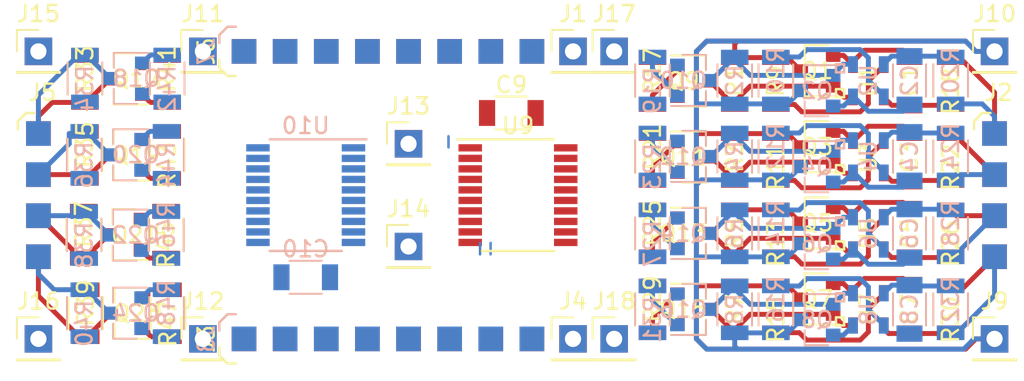
<source format=kicad_pcb>
(kicad_pcb (version 4) (host pcbnew 4.0.7)
  (layers (0 F.Cu signal) (31 B.Cu signal) (36 B.SilkS user) (37 F.SilkS user) (38 B.Mask user) (39 F.Mask user) (44 Edge.Cuts user))
  (net 0 "")
  (net 1 "Net-(C1-Pad1)")
  (net 2 "Net-(C1-Pad2)")
  (net 3 "Net-(C2-Pad1)")
  (net 4 "Net-(C2-Pad2)")
  (net 5 "Net-(C3-Pad1)")
  (net 6 "Net-(C3-Pad2)")
  (net 7 "Net-(C4-Pad1)")
  (net 8 "Net-(C4-Pad2)")
  (net 9 "Net-(C5-Pad1)")
  (net 10 "Net-(C5-Pad2)")
  (net 11 "Net-(C6-Pad1)")
  (net 12 "Net-(C6-Pad2)")
  (net 13 "Net-(C7-Pad1)")
  (net 14 "Net-(C7-Pad2)")
  (net 15 "Net-(C8-Pad1)")
  (net 16 "Net-(C8-Pad2)")
  (net 17 GND)
  (net 18 VCC)
  (net 19 "Net-(Q1-Pad1)")
  (net 20 HT)
  (net 21 "Net-(Q10-Pad3)")
  (net 22 "Net-(Q11-Pad3)")
  (net 23 "Net-(Q12-Pad3)")
  (net 24 "Net-(Q13-Pad3)")
  (net 25 "Net-(Q14-Pad3)")
  (net 26 "Net-(Q15-Pad3)")
  (net 27 "Net-(Q16-Pad3)")
  (net 28 "Net-(Q9-Pad1)")
  (net 29 "Net-(Q10-Pad1)")
  (net 30 "Net-(Q11-Pad1)")
  (net 31 "Net-(Q12-Pad1)")
  (net 32 "Net-(Q13-Pad1)")
  (net 33 "Net-(Q14-Pad1)")
  (net 34 "Net-(Q15-Pad1)")
  (net 35 "Net-(Q16-Pad1)")
  (net 36 "Net-(Q17-Pad1)")
  (net 37 KO0)
  (net 38 "Net-(Q18-Pad1)")
  (net 39 KO1)
  (net 40 "Net-(Q19-Pad1)")
  (net 41 KO2)
  (net 42 "Net-(Q20-Pad1)")
  (net 43 KO3)
  (net 44 "Net-(Q21-Pad1)")
  (net 45 KO4)
  (net 46 "Net-(Q22-Pad1)")
  (net 47 KO5)
  (net 48 "Net-(Q23-Pad1)")
  (net 49 KO6)
  (net 50 "Net-(Q24-Pad1)")
  (net 51 KO7)
  (net 52 "Net-(R9-Pad2)")
  (net 53 "Net-(R10-Pad2)")
  (net 54 "Net-(R11-Pad2)")
  (net 55 "Net-(R12-Pad2)")
  (net 56 "Net-(R13-Pad2)")
  (net 57 "Net-(R14-Pad2)")
  (net 58 "Net-(R15-Pad2)")
  (net 59 "Net-(R16-Pad2)")
  (net 60 AI0)
  (net 61 AO0)
  (net 62 AI1)
  (net 63 AO1)
  (net 64 AI2)
  (net 65 AO2)
  (net 66 AI3)
  (net 67 AO3)
  (net 68 AI4)
  (net 69 AO4)
  (net 70 AI5)
  (net 71 AO5)
  (net 72 AI6)
  (net 73 AO6)
  (net 74 AI7)
  (net 75 AO7)
  (net 76 KI0)
  (net 77 KI1)
  (net 78 KI2)
  (net 79 KI3)
  (net 80 KI4)
  (net 81 KI5)
  (net 82 KI6)
  (net 83 KI7)
  (net 84 "Net-(J3-Pad1)")
  (net 85 "Net-(J3-Pad2)")
  (net 86 "Net-(J3-Pad3)")
  (net 87 "Net-(J3-Pad4)")
  (net 88 "Net-(J3-Pad5)")
  (net 89 "Net-(J3-Pad6)")
  (net 90 "Net-(J3-Pad7)")
  (net 91 "Net-(J3-Pad8)")
  (net 92 "Net-(J7-Pad1)")
  (net 93 "Net-(J7-Pad3)")
  (net 94 "Net-(J7-Pad5)")
  (net 95 "Net-(J7-Pad7)")
  (net 96 "Net-(J7-Pad2)")
  (net 97 "Net-(J7-Pad4)")
  (net 98 "Net-(J7-Pad6)")
  (net 99 "Net-(J7-Pad8)")
  (net 100 AS)
  (net 101 KS)
  (module Resistors_SMD:R_1206 (layer F.Cu) (at 231.602264 31.044356 90)
    (fp_text reference R17 (at 0.635 0 90) (layer F.SilkS))
    (fp_text value 10K)
    (pad 1 smd rect (at -1.45 0 90) (size 0.9 1.7) (layers F.Cu F.Mask) (net 28 "Net-(Q9-Pad1)"))
    (pad 2 smd rect (at 1.45 0 90) (size 0.9 1.7) (layers F.Cu F.Mask) (net 60 AI0))
  )
  (module Pin_Headers:Pin_Header_Straight_1x01_Pitch2.54mm (layer F.Cu) (at 216.535 34.925)
    (fp_text reference J13 (at 0 -2.33) (layer F.SilkS))
    (fp_text value Conn_01x01)
    (pad 1 thru_hole rect (at 0 0) (size 1.7 1.7) (drill 1) (layers *.Cu *.Mask) (net 100 AS))
  )
  (module Housings_SSOP:TSSOP-20_4.4x6.5mm_Pitch0.65mm (layer F.Cu) (at 223.295 38.1)
    (fp_text reference U9 (at 0 -4.3) (layer F.SilkS))
    (fp_text value 74LS541)
    (pad 1 smd rect (at -2.95 -2.925) (size 1.45 0.45) (layers F.Cu F.Mask) (net 100 AS))
    (pad 2 smd rect (at -2.95 -2.275) (size 1.45 0.45) (layers F.Cu F.Mask) (net 84 "Net-(J3-Pad1)"))
    (pad 3 smd rect (at -2.95 -1.625) (size 1.45 0.45) (layers F.Cu F.Mask) (net 85 "Net-(J3-Pad2)"))
    (pad 4 smd rect (at -2.95 -0.975) (size 1.45 0.45) (layers F.Cu F.Mask) (net 86 "Net-(J3-Pad3)"))
    (pad 5 smd rect (at -2.95 -0.325) (size 1.45 0.45) (layers F.Cu F.Mask) (net 87 "Net-(J3-Pad4)"))
    (pad 6 smd rect (at -2.95 0.325) (size 1.45 0.45) (layers F.Cu F.Mask) (net 88 "Net-(J3-Pad5)"))
    (pad 7 smd rect (at -2.95 0.975) (size 1.45 0.45) (layers F.Cu F.Mask) (net 89 "Net-(J3-Pad6)"))
    (pad 8 smd rect (at -2.95 1.625) (size 1.45 0.45) (layers F.Cu F.Mask) (net 90 "Net-(J3-Pad7)"))
    (pad 9 smd rect (at -2.95 2.275) (size 1.45 0.45) (layers F.Cu F.Mask) (net 91 "Net-(J3-Pad8)"))
    (pad 10 smd rect (at -2.95 2.925) (size 1.45 0.45) (layers F.Cu F.Mask) (net 17 GND))
    (pad 11 smd rect (at 2.95 2.925) (size 1.45 0.45) (layers F.Cu F.Mask) (net 74 AI7))
    (pad 12 smd rect (at 2.95 2.275) (size 1.45 0.45) (layers F.Cu F.Mask) (net 72 AI6))
    (pad 13 smd rect (at 2.95 1.625) (size 1.45 0.45) (layers F.Cu F.Mask) (net 70 AI5))
    (pad 14 smd rect (at 2.95 0.975) (size 1.45 0.45) (layers F.Cu F.Mask) (net 68 AI4))
    (pad 15 smd rect (at 2.95 0.325) (size 1.45 0.45) (layers F.Cu F.Mask) (net 66 AI3))
    (pad 16 smd rect (at 2.95 -0.325) (size 1.45 0.45) (layers F.Cu F.Mask) (net 64 AI2))
    (pad 17 smd rect (at 2.95 -0.975) (size 1.45 0.45) (layers F.Cu F.Mask) (net 62 AI1))
    (pad 18 smd rect (at 2.95 -1.625) (size 1.45 0.45) (layers F.Cu F.Mask) (net 60 AI0))
    (pad 19 smd rect (at 2.95 -2.275) (size 1.45 0.45) (layers F.Cu F.Mask) (net 17 GND))
    (pad 20 smd rect (at 2.95 -2.925) (size 1.45 0.45) (layers F.Cu F.Mask) (net 18 VCC))
  )
  (module Housings_SSOP:TSSOP-20_4.4x6.5mm_Pitch0.65mm (layer B.Cu) (at 210.185 38.1 180)
    (fp_text reference U10 (at 0 4.3 180) (layer B.SilkS) (effects (justify mirror)))
    (fp_text value 74LS541)
    (pad 1 smd rect (at -2.95 2.925 180) (size 1.45 0.45) (layers B.Cu B.Mask) (net 101 KS))
    (pad 2 smd rect (at -2.95 2.275 180) (size 1.45 0.45) (layers B.Cu B.Mask) (net 92 "Net-(J7-Pad1)"))
    (pad 3 smd rect (at -2.95 1.625 180) (size 1.45 0.45) (layers B.Cu B.Mask) (net 96 "Net-(J7-Pad2)"))
    (pad 4 smd rect (at -2.95 0.975 180) (size 1.45 0.45) (layers B.Cu B.Mask) (net 93 "Net-(J7-Pad3)"))
    (pad 5 smd rect (at -2.95 0.325 180) (size 1.45 0.45) (layers B.Cu B.Mask) (net 97 "Net-(J7-Pad4)"))
    (pad 6 smd rect (at -2.95 -0.325 180) (size 1.45 0.45) (layers B.Cu B.Mask) (net 94 "Net-(J7-Pad5)"))
    (pad 7 smd rect (at -2.95 -0.975 180) (size 1.45 0.45) (layers B.Cu B.Mask) (net 98 "Net-(J7-Pad6)"))
    (pad 8 smd rect (at -2.95 -1.625 180) (size 1.45 0.45) (layers B.Cu B.Mask) (net 95 "Net-(J7-Pad7)"))
    (pad 9 smd rect (at -2.95 -2.275 180) (size 1.45 0.45) (layers B.Cu B.Mask) (net 99 "Net-(J7-Pad8)"))
    (pad 10 smd rect (at -2.95 -2.925 180) (size 1.45 0.45) (layers B.Cu B.Mask) (net 17 GND))
    (pad 11 smd rect (at 2.95 -2.925 180) (size 1.45 0.45) (layers B.Cu B.Mask) (net 83 KI7))
    (pad 12 smd rect (at 2.95 -2.275 180) (size 1.45 0.45) (layers B.Cu B.Mask) (net 82 KI6))
    (pad 13 smd rect (at 2.95 -1.625 180) (size 1.45 0.45) (layers B.Cu B.Mask) (net 81 KI5))
    (pad 14 smd rect (at 2.95 -0.975 180) (size 1.45 0.45) (layers B.Cu B.Mask) (net 80 KI4))
    (pad 15 smd rect (at 2.95 -0.325 180) (size 1.45 0.45) (layers B.Cu B.Mask) (net 79 KI3))
    (pad 16 smd rect (at 2.95 0.325 180) (size 1.45 0.45) (layers B.Cu B.Mask) (net 78 KI2))
    (pad 17 smd rect (at 2.95 0.975 180) (size 1.45 0.45) (layers B.Cu B.Mask) (net 77 KI1))
    (pad 18 smd rect (at 2.95 1.625 180) (size 1.45 0.45) (layers B.Cu B.Mask) (net 76 KI0))
    (pad 19 smd rect (at 2.95 2.275 180) (size 1.45 0.45) (layers B.Cu B.Mask) (net 17 GND))
    (pad 20 smd rect (at 2.95 2.925 180) (size 1.45 0.45) (layers B.Cu B.Mask) (net 18 VCC))
  )
  (module Resistors_SMD:R_1206 (layer B.Cu) (at 239.222264 45.168304 90)
    (fp_text reference R16 (at 0.635 0 90) (layer B.SilkS) (effects (justify mirror)))
    (fp_text value 4.7K)
    (pad 1 smd rect (at -1.45 0 90) (size 0.9 1.7) (layers B.Cu B.Mask) (net 20 HT))
    (pad 2 smd rect (at 1.45 0 90) (size 0.9 1.7) (layers B.Cu B.Mask) (net 59 "Net-(R16-Pad2)"))
  )
  (module Capacitors_SMD:C_1206 (layer F.Cu) (at 247.477264 31.044356 90)
    (fp_text reference C1 (at 0 0 90) (layer F.SilkS))
    (fp_text value 1n)
    (pad 1 smd rect (at -1.5 0 90) (size 1 1.6) (layers F.Cu F.Mask) (net 1 "Net-(C1-Pad1)"))
    (pad 2 smd rect (at 1.5 0 90) (size 1 1.6) (layers F.Cu F.Mask) (net 2 "Net-(C1-Pad2)"))
  )
  (module Capacitors_SMD:C_1206 (layer B.Cu) (at 247.477264 31.006834 270)
    (fp_text reference C2 (at 0 0 270) (layer B.SilkS) (effects (justify mirror)))
    (fp_text value 1n)
    (pad 1 smd rect (at -1.5 0 270) (size 1 1.6) (layers B.Cu B.Mask) (net 3 "Net-(C2-Pad1)"))
    (pad 2 smd rect (at 1.5 0 270) (size 1 1.6) (layers B.Cu B.Mask) (net 4 "Net-(C2-Pad2)"))
  )
  (module Capacitors_SMD:C_1206 (layer F.Cu) (at 247.477264 35.743356 90)
    (fp_text reference C3 (at 0 0 90) (layer F.SilkS))
    (fp_text value 1n)
    (pad 1 smd rect (at -1.5 0 90) (size 1 1.6) (layers F.Cu F.Mask) (net 5 "Net-(C3-Pad1)"))
    (pad 2 smd rect (at 1.5 0 90) (size 1 1.6) (layers F.Cu F.Mask) (net 6 "Net-(C3-Pad2)"))
  )
  (module Capacitors_SMD:C_1206 (layer B.Cu) (at 247.477264 35.705834 270)
    (fp_text reference C4 (at 0 0 270) (layer B.SilkS) (effects (justify mirror)))
    (fp_text value 1n)
    (pad 1 smd rect (at -1.5 0 270) (size 1 1.6) (layers B.Cu B.Mask) (net 7 "Net-(C4-Pad1)"))
    (pad 2 smd rect (at 1.5 0 270) (size 1 1.6) (layers B.Cu B.Mask) (net 8 "Net-(C4-Pad2)"))
  )
  (module Capacitors_SMD:C_1206 (layer F.Cu) (at 247.477264 40.45855 90)
    (fp_text reference C5 (at 0 0 90) (layer F.SilkS))
    (fp_text value 1n)
    (pad 1 smd rect (at -1.5 0 90) (size 1 1.6) (layers F.Cu F.Mask) (net 9 "Net-(C5-Pad1)"))
    (pad 2 smd rect (at 1.5 0 90) (size 1 1.6) (layers F.Cu F.Mask) (net 10 "Net-(C5-Pad2)"))
  )
  (module Capacitors_SMD:C_1206 (layer B.Cu) (at 247.477264 40.469304 270)
    (fp_text reference C6 (at 0 0 270) (layer B.SilkS) (effects (justify mirror)))
    (fp_text value 1n)
    (pad 1 smd rect (at -1.5 0 270) (size 1 1.6) (layers B.Cu B.Mask) (net 11 "Net-(C6-Pad1)"))
    (pad 2 smd rect (at 1.5 0 270) (size 1 1.6) (layers B.Cu B.Mask) (net 12 "Net-(C6-Pad2)"))
  )
  (module Capacitors_SMD:C_1206 (layer F.Cu) (at 247.477264 45.15755 90)
    (fp_text reference C7 (at 0 0 90) (layer F.SilkS))
    (fp_text value 1n)
    (pad 1 smd rect (at -1.5 0 90) (size 1 1.6) (layers F.Cu F.Mask) (net 13 "Net-(C7-Pad1)"))
    (pad 2 smd rect (at 1.5 0 90) (size 1 1.6) (layers F.Cu F.Mask) (net 14 "Net-(C7-Pad2)"))
  )
  (module Capacitors_SMD:C_1206 (layer B.Cu) (at 247.477264 45.168304 270)
    (fp_text reference C8 (at 0 0 270) (layer B.SilkS) (effects (justify mirror)))
    (fp_text value 1n)
    (pad 1 smd rect (at -1.5 0 270) (size 1 1.6) (layers B.Cu B.Mask) (net 15 "Net-(C8-Pad1)"))
    (pad 2 smd rect (at 1.5 0 270) (size 1 1.6) (layers B.Cu B.Mask) (net 16 "Net-(C8-Pad2)"))
  )
  (module Capacitors_SMD:C_1206 (layer F.Cu) (at 222.885 33.02)
    (fp_text reference C9 (at 0 -1.75) (layer F.SilkS))
    (fp_text value 100n)
    (pad 1 smd rect (at -1.5 0) (size 1 1.6) (layers F.Cu F.Mask) (net 17 GND))
    (pad 2 smd rect (at 1.5 0) (size 1 1.6) (layers F.Cu F.Mask) (net 18 VCC))
  )
  (module Capacitors_SMD:C_1206 (layer B.Cu) (at 210.185 43.18 180)
    (fp_text reference C10 (at 0 1.75 180) (layer B.SilkS) (effects (justify mirror)))
    (fp_text value 100n)
    (pad 1 smd rect (at -1.5 0 180) (size 1 1.6) (layers B.Cu B.Mask) (net 17 GND))
    (pad 2 smd rect (at 1.5 0 180) (size 1 1.6) (layers B.Cu B.Mask) (net 18 VCC))
  )
  (module TO_SOT_Packages_SMD:SOT-23 (layer F.Cu) (at 241.762264 30.409356 180)
    (fp_text reference Q1 (at 0 0 180) (layer F.SilkS))
    (fp_text value Q_NPN_BEC)
    (pad 1 smd rect (at -1 -0.95 180) (size 0.9 0.8) (layers F.Cu F.Mask) (net 19 "Net-(Q1-Pad1)"))
    (pad 2 smd rect (at -1 0.95 180) (size 0.9 0.8) (layers F.Cu F.Mask) (net 2 "Net-(C1-Pad2)"))
    (pad 3 smd rect (at 1 0 180) (size 0.9 0.8) (layers F.Cu F.Mask) (net 20 HT))
  )
  (module TO_SOT_Packages_SMD:SOT-23 (layer B.Cu) (at 241.762264 31.641834 180)
    (fp_text reference Q2 (at 0 0 180) (layer B.SilkS) (effects (justify mirror)))
    (fp_text value Q_NPN_BEC)
    (pad 1 smd rect (at -1 0.95 180) (size 0.9 0.8) (layers B.Cu B.Mask) (net 21 "Net-(Q10-Pad3)"))
    (pad 2 smd rect (at -1 -0.95 180) (size 0.9 0.8) (layers B.Cu B.Mask) (net 4 "Net-(C2-Pad2)"))
    (pad 3 smd rect (at 1 0 180) (size 0.9 0.8) (layers B.Cu B.Mask) (net 20 HT))
  )
  (module TO_SOT_Packages_SMD:SOT-23 (layer F.Cu) (at 241.762264 35.108356 180)
    (fp_text reference Q3 (at 0 0 180) (layer F.SilkS))
    (fp_text value Q_NPN_BEC)
    (pad 1 smd rect (at -1 -0.95 180) (size 0.9 0.8) (layers F.Cu F.Mask) (net 22 "Net-(Q11-Pad3)"))
    (pad 2 smd rect (at -1 0.95 180) (size 0.9 0.8) (layers F.Cu F.Mask) (net 6 "Net-(C3-Pad2)"))
    (pad 3 smd rect (at 1 0 180) (size 0.9 0.8) (layers F.Cu F.Mask) (net 20 HT))
  )
  (module TO_SOT_Packages_SMD:SOT-23 (layer B.Cu) (at 241.762264 36.340834 180)
    (fp_text reference Q4 (at 0 0 180) (layer B.SilkS) (effects (justify mirror)))
    (fp_text value Q_NPN_BEC)
    (pad 1 smd rect (at -1 0.95 180) (size 0.9 0.8) (layers B.Cu B.Mask) (net 23 "Net-(Q12-Pad3)"))
    (pad 2 smd rect (at -1 -0.95 180) (size 0.9 0.8) (layers B.Cu B.Mask) (net 8 "Net-(C4-Pad2)"))
    (pad 3 smd rect (at 1 0 180) (size 0.9 0.8) (layers B.Cu B.Mask) (net 20 HT))
  )
  (module TO_SOT_Packages_SMD:SOT-23 (layer F.Cu) (at 241.762264 39.82355 180)
    (fp_text reference Q5 (at 0 0 180) (layer F.SilkS))
    (fp_text value Q_NPN_BEC)
    (pad 1 smd rect (at -1 -0.95 180) (size 0.9 0.8) (layers F.Cu F.Mask) (net 24 "Net-(Q13-Pad3)"))
    (pad 2 smd rect (at -1 0.95 180) (size 0.9 0.8) (layers F.Cu F.Mask) (net 10 "Net-(C5-Pad2)"))
    (pad 3 smd rect (at 1 0 180) (size 0.9 0.8) (layers F.Cu F.Mask) (net 20 HT))
  )
  (module TO_SOT_Packages_SMD:SOT-23 (layer B.Cu) (at 241.762264 41.104304 180)
    (fp_text reference Q6 (at 0 0 180) (layer B.SilkS) (effects (justify mirror)))
    (fp_text value Q_NPN_BEC)
    (pad 1 smd rect (at -1 0.95 180) (size 0.9 0.8) (layers B.Cu B.Mask) (net 25 "Net-(Q14-Pad3)"))
    (pad 2 smd rect (at -1 -0.95 180) (size 0.9 0.8) (layers B.Cu B.Mask) (net 12 "Net-(C6-Pad2)"))
    (pad 3 smd rect (at 1 0 180) (size 0.9 0.8) (layers B.Cu B.Mask) (net 20 HT))
  )
  (module TO_SOT_Packages_SMD:SOT-23 (layer F.Cu) (at 241.762264 44.52255 180)
    (fp_text reference Q7 (at 0 0 180) (layer F.SilkS))
    (fp_text value Q_NPN_BEC)
    (pad 1 smd rect (at -1 -0.95 180) (size 0.9 0.8) (layers F.Cu F.Mask) (net 26 "Net-(Q15-Pad3)"))
    (pad 2 smd rect (at -1 0.95 180) (size 0.9 0.8) (layers F.Cu F.Mask) (net 14 "Net-(C7-Pad2)"))
    (pad 3 smd rect (at 1 0 180) (size 0.9 0.8) (layers F.Cu F.Mask) (net 20 HT))
  )
  (module TO_SOT_Packages_SMD:SOT-23 (layer B.Cu) (at 241.762264 45.803304 180)
    (fp_text reference Q8 (at 0 0 180) (layer B.SilkS) (effects (justify mirror)))
    (fp_text value Q_NPN_BEC)
    (pad 1 smd rect (at -1 0.95 180) (size 0.9 0.8) (layers B.Cu B.Mask) (net 27 "Net-(Q16-Pad3)"))
    (pad 2 smd rect (at -1 -0.95 180) (size 0.9 0.8) (layers B.Cu B.Mask) (net 16 "Net-(C8-Pad2)"))
    (pad 3 smd rect (at 1 0 180) (size 0.9 0.8) (layers B.Cu B.Mask) (net 20 HT))
  )
  (module TO_SOT_Packages_SMD:SOT-23 (layer F.Cu) (at 234.142264 31.044356)
    (fp_text reference Q9 (at -0.635 0) (layer F.SilkS))
    (fp_text value Q_NPN_BEC)
    (pad 1 smd rect (at -1 -0.95) (size 0.9 0.8) (layers F.Cu F.Mask) (net 28 "Net-(Q9-Pad1)"))
    (pad 2 smd rect (at -1 0.95) (size 0.9 0.8) (layers F.Cu F.Mask) (net 17 GND))
    (pad 3 smd rect (at 1 0) (size 0.9 0.8) (layers F.Cu F.Mask) (net 19 "Net-(Q1-Pad1)"))
  )
  (module TO_SOT_Packages_SMD:SOT-23 (layer B.Cu) (at 234.142264 31.006834)
    (fp_text reference Q10 (at -0.635 0) (layer B.SilkS) (effects (justify mirror)))
    (fp_text value Q_NPN_BEC)
    (pad 1 smd rect (at -1 0.95) (size 0.9 0.8) (layers B.Cu B.Mask) (net 29 "Net-(Q10-Pad1)"))
    (pad 2 smd rect (at -1 -0.95) (size 0.9 0.8) (layers B.Cu B.Mask) (net 17 GND))
    (pad 3 smd rect (at 1 0) (size 0.9 0.8) (layers B.Cu B.Mask) (net 21 "Net-(Q10-Pad3)"))
  )
  (module TO_SOT_Packages_SMD:SOT-23 (layer F.Cu) (at 234.142264 35.743356)
    (fp_text reference Q11 (at -0.635 0) (layer F.SilkS))
    (fp_text value Q_NPN_BEC)
    (pad 1 smd rect (at -1 -0.95) (size 0.9 0.8) (layers F.Cu F.Mask) (net 30 "Net-(Q11-Pad1)"))
    (pad 2 smd rect (at -1 0.95) (size 0.9 0.8) (layers F.Cu F.Mask) (net 17 GND))
    (pad 3 smd rect (at 1 0) (size 0.9 0.8) (layers F.Cu F.Mask) (net 22 "Net-(Q11-Pad3)"))
  )
  (module TO_SOT_Packages_SMD:SOT-23 (layer B.Cu) (at 234.142264 35.705834)
    (fp_text reference Q12 (at -0.635 0) (layer B.SilkS) (effects (justify mirror)))
    (fp_text value Q_NPN_BEC)
    (pad 1 smd rect (at -1 0.95) (size 0.9 0.8) (layers B.Cu B.Mask) (net 31 "Net-(Q12-Pad1)"))
    (pad 2 smd rect (at -1 -0.95) (size 0.9 0.8) (layers B.Cu B.Mask) (net 17 GND))
    (pad 3 smd rect (at 1 0) (size 0.9 0.8) (layers B.Cu B.Mask) (net 23 "Net-(Q12-Pad3)"))
  )
  (module TO_SOT_Packages_SMD:SOT-23 (layer F.Cu) (at 234.142264 40.45855)
    (fp_text reference Q13 (at -0.635 0) (layer F.SilkS))
    (fp_text value Q_NPN_BEC)
    (pad 1 smd rect (at -1 -0.95) (size 0.9 0.8) (layers F.Cu F.Mask) (net 32 "Net-(Q13-Pad1)"))
    (pad 2 smd rect (at -1 0.95) (size 0.9 0.8) (layers F.Cu F.Mask) (net 17 GND))
    (pad 3 smd rect (at 1 0) (size 0.9 0.8) (layers F.Cu F.Mask) (net 24 "Net-(Q13-Pad3)"))
  )
  (module TO_SOT_Packages_SMD:SOT-23 (layer B.Cu) (at 234.142264 40.469304)
    (fp_text reference Q14 (at -0.635 0) (layer B.SilkS) (effects (justify mirror)))
    (fp_text value Q_NPN_BEC)
    (pad 1 smd rect (at -1 0.95) (size 0.9 0.8) (layers B.Cu B.Mask) (net 33 "Net-(Q14-Pad1)"))
    (pad 2 smd rect (at -1 -0.95) (size 0.9 0.8) (layers B.Cu B.Mask) (net 17 GND))
    (pad 3 smd rect (at 1 0) (size 0.9 0.8) (layers B.Cu B.Mask) (net 25 "Net-(Q14-Pad3)"))
  )
  (module TO_SOT_Packages_SMD:SOT-23 (layer F.Cu) (at 234.142264 45.15755)
    (fp_text reference Q15 (at -0.635 0) (layer F.SilkS))
    (fp_text value Q_NPN_BEC)
    (pad 1 smd rect (at -1 -0.95) (size 0.9 0.8) (layers F.Cu F.Mask) (net 34 "Net-(Q15-Pad1)"))
    (pad 2 smd rect (at -1 0.95) (size 0.9 0.8) (layers F.Cu F.Mask) (net 17 GND))
    (pad 3 smd rect (at 1 0) (size 0.9 0.8) (layers F.Cu F.Mask) (net 26 "Net-(Q15-Pad3)"))
  )
  (module TO_SOT_Packages_SMD:SOT-23 (layer B.Cu) (at 234.142264 45.168304)
    (fp_text reference Q16 (at -0.635 0) (layer B.SilkS) (effects (justify mirror)))
    (fp_text value Q_NPN_BEC)
    (pad 1 smd rect (at -1 0.95) (size 0.9 0.8) (layers B.Cu B.Mask) (net 35 "Net-(Q16-Pad1)"))
    (pad 2 smd rect (at -1 -0.95) (size 0.9 0.8) (layers B.Cu B.Mask) (net 17 GND))
    (pad 3 smd rect (at 1 0) (size 0.9 0.8) (layers B.Cu B.Mask) (net 27 "Net-(Q16-Pad3)"))
  )
  (module TO_SOT_Packages_SMD:SOT-23 (layer F.Cu) (at 199.090264 30.917356 180)
    (fp_text reference Q17 (at -0.635 0 180) (layer F.SilkS))
    (fp_text value Q_NPN_BEC)
    (pad 1 smd rect (at -1 -0.95 180) (size 0.9 0.8) (layers F.Cu F.Mask) (net 36 "Net-(Q17-Pad1)"))
    (pad 2 smd rect (at -1 0.95 180) (size 0.9 0.8) (layers F.Cu F.Mask) (net 17 GND))
    (pad 3 smd rect (at 1 0 180) (size 0.9 0.8) (layers F.Cu F.Mask) (net 37 KO0))
  )
  (module TO_SOT_Packages_SMD:SOT-23 (layer B.Cu) (at 199.090264 30.88161 180)
    (fp_text reference Q18 (at -0.635 0 180) (layer B.SilkS) (effects (justify mirror)))
    (fp_text value Q_NPN_BEC)
    (pad 1 smd rect (at -1 0.95 180) (size 0.9 0.8) (layers B.Cu B.Mask) (net 38 "Net-(Q18-Pad1)"))
    (pad 2 smd rect (at -1 -0.95 180) (size 0.9 0.8) (layers B.Cu B.Mask) (net 17 GND))
    (pad 3 smd rect (at 1 0 180) (size 0.9 0.8) (layers B.Cu B.Mask) (net 39 KO1))
  )
  (module TO_SOT_Packages_SMD:SOT-23 (layer F.Cu) (at 199.090264 35.616356 180)
    (fp_text reference Q19 (at -0.635 0 180) (layer F.SilkS))
    (fp_text value Q_NPN_BEC)
    (pad 1 smd rect (at -1 -0.95 180) (size 0.9 0.8) (layers F.Cu F.Mask) (net 40 "Net-(Q19-Pad1)"))
    (pad 2 smd rect (at -1 0.95 180) (size 0.9 0.8) (layers F.Cu F.Mask) (net 17 GND))
    (pad 3 smd rect (at 1 0 180) (size 0.9 0.8) (layers F.Cu F.Mask) (net 41 KO2))
  )
  (module TO_SOT_Packages_SMD:SOT-23 (layer B.Cu) (at 199.046142 35.604852 180)
    (fp_text reference Q20 (at -0.635 0 180) (layer B.SilkS) (effects (justify mirror)))
    (fp_text value Q_NPN_BEC)
    (pad 1 smd rect (at -1 0.95 180) (size 0.9 0.8) (layers B.Cu B.Mask) (net 42 "Net-(Q20-Pad1)"))
    (pad 2 smd rect (at -1 -0.95 180) (size 0.9 0.8) (layers B.Cu B.Mask) (net 17 GND))
    (pad 3 smd rect (at 1 0 180) (size 0.9 0.8) (layers B.Cu B.Mask) (net 43 KO3))
  )
  (module TO_SOT_Packages_SMD:SOT-23 (layer F.Cu) (at 199.011148 40.541052 180)
    (fp_text reference Q21 (at -0.635 0 180) (layer F.SilkS))
    (fp_text value Q_NPN_BEC)
    (pad 1 smd rect (at -1 -0.95 180) (size 0.9 0.8) (layers F.Cu F.Mask) (net 44 "Net-(Q21-Pad1)"))
    (pad 2 smd rect (at -1 0.95 180) (size 0.9 0.8) (layers F.Cu F.Mask) (net 17 GND))
    (pad 3 smd rect (at 1 0 180) (size 0.9 0.8) (layers F.Cu F.Mask) (net 45 KO4))
  )
  (module TO_SOT_Packages_SMD:SOT-23 (layer B.Cu) (at 199.044528 40.572712 180)
    (fp_text reference Q22 (at -0.635 0 180) (layer B.SilkS) (effects (justify mirror)))
    (fp_text value Q_NPN_BEC)
    (pad 1 smd rect (at -1 0.95 180) (size 0.9 0.8) (layers B.Cu B.Mask) (net 46 "Net-(Q22-Pad1)"))
    (pad 2 smd rect (at -1 -0.95 180) (size 0.9 0.8) (layers B.Cu B.Mask) (net 17 GND))
    (pad 3 smd rect (at 1 0 180) (size 0.9 0.8) (layers B.Cu B.Mask) (net 47 KO5))
  )
  (module TO_SOT_Packages_SMD:SOT-23 (layer F.Cu) (at 199.139398 45.40568 180)
    (fp_text reference Q23 (at -0.635 0 180) (layer F.SilkS))
    (fp_text value Q_NPN_BEC)
    (pad 1 smd rect (at -1 -0.95 180) (size 0.9 0.8) (layers F.Cu F.Mask) (net 48 "Net-(Q23-Pad1)"))
    (pad 2 smd rect (at -1 0.95 180) (size 0.9 0.8) (layers F.Cu F.Mask) (net 17 GND))
    (pad 3 smd rect (at 1 0 180) (size 0.9 0.8) (layers F.Cu F.Mask) (net 49 KO6))
  )
  (module TO_SOT_Packages_SMD:SOT-23 (layer B.Cu) (at 199.048136 45.398672 180)
    (fp_text reference Q24 (at -0.635 0 180) (layer B.SilkS) (effects (justify mirror)))
    (fp_text value Q_NPN_BEC)
    (pad 1 smd rect (at -1 0.95 180) (size 0.9 0.8) (layers B.Cu B.Mask) (net 50 "Net-(Q24-Pad1)"))
    (pad 2 smd rect (at -1 -0.95 180) (size 0.9 0.8) (layers B.Cu B.Mask) (net 17 GND))
    (pad 3 smd rect (at 1 0 180) (size 0.9 0.8) (layers B.Cu B.Mask) (net 51 KO7))
  )
  (module Resistors_SMD:R_1206 (layer F.Cu) (at 236.682264 31.044356 270)
    (fp_text reference R1 (at 0 0 270) (layer F.SilkS))
    (fp_text value 220K)
    (pad 1 smd rect (at -1.45 0 270) (size 0.9 1.7) (layers F.Cu F.Mask) (net 20 HT))
    (pad 2 smd rect (at 1.45 0 270) (size 0.9 1.7) (layers F.Cu F.Mask) (net 19 "Net-(Q1-Pad1)"))
  )
  (module Resistors_SMD:R_1206 (layer B.Cu) (at 236.682264 31.006834 90)
    (fp_text reference R2 (at 0 0 90) (layer B.SilkS) (effects (justify mirror)))
    (fp_text value 220K)
    (pad 1 smd rect (at -1.45 0 90) (size 0.9 1.7) (layers B.Cu B.Mask) (net 20 HT))
    (pad 2 smd rect (at 1.45 0 90) (size 0.9 1.7) (layers B.Cu B.Mask) (net 21 "Net-(Q10-Pad3)"))
  )
  (module Resistors_SMD:R_1206 (layer F.Cu) (at 236.682264 35.743356 270)
    (fp_text reference R3 (at 0 0 270) (layer F.SilkS))
    (fp_text value 220K)
    (pad 1 smd rect (at -1.45 0 270) (size 0.9 1.7) (layers F.Cu F.Mask) (net 20 HT))
    (pad 2 smd rect (at 1.45 0 270) (size 0.9 1.7) (layers F.Cu F.Mask) (net 22 "Net-(Q11-Pad3)"))
  )
  (module Resistors_SMD:R_1206 (layer B.Cu) (at 236.682264 35.705834 90)
    (fp_text reference R4 (at 0 0 90) (layer B.SilkS) (effects (justify mirror)))
    (fp_text value 220K)
    (pad 1 smd rect (at -1.45 0 90) (size 0.9 1.7) (layers B.Cu B.Mask) (net 20 HT))
    (pad 2 smd rect (at 1.45 0 90) (size 0.9 1.7) (layers B.Cu B.Mask) (net 23 "Net-(Q12-Pad3)"))
  )
  (module Resistors_SMD:R_1206 (layer F.Cu) (at 236.682264 40.45855 270)
    (fp_text reference R5 (at 0 0 270) (layer F.SilkS))
    (fp_text value 220K)
    (pad 1 smd rect (at -1.45 0 270) (size 0.9 1.7) (layers F.Cu F.Mask) (net 20 HT))
    (pad 2 smd rect (at 1.45 0 270) (size 0.9 1.7) (layers F.Cu F.Mask) (net 24 "Net-(Q13-Pad3)"))
  )
  (module Resistors_SMD:R_1206 (layer B.Cu) (at 236.682264 40.469304 90)
    (fp_text reference R6 (at 0 0 90) (layer B.SilkS) (effects (justify mirror)))
    (fp_text value 220K)
    (pad 1 smd rect (at -1.45 0 90) (size 0.9 1.7) (layers B.Cu B.Mask) (net 20 HT))
    (pad 2 smd rect (at 1.45 0 90) (size 0.9 1.7) (layers B.Cu B.Mask) (net 25 "Net-(Q14-Pad3)"))
  )
  (module Resistors_SMD:R_1206 (layer F.Cu) (at 236.682264 45.15755 270)
    (fp_text reference R7 (at 0 0 270) (layer F.SilkS))
    (fp_text value 220K)
    (pad 1 smd rect (at -1.45 0 270) (size 0.9 1.7) (layers F.Cu F.Mask) (net 20 HT))
    (pad 2 smd rect (at 1.45 0 270) (size 0.9 1.7) (layers F.Cu F.Mask) (net 26 "Net-(Q15-Pad3)"))
  )
  (module Resistors_SMD:R_1206 (layer B.Cu) (at 236.682264 45.168304 90)
    (fp_text reference R8 (at 0 0 90) (layer B.SilkS) (effects (justify mirror)))
    (fp_text value 220K)
    (pad 1 smd rect (at -1.45 0 90) (size 0.9 1.7) (layers B.Cu B.Mask) (net 20 HT))
    (pad 2 smd rect (at 1.45 0 90) (size 0.9 1.7) (layers B.Cu B.Mask) (net 27 "Net-(Q16-Pad3)"))
  )
  (module Resistors_SMD:R_1206 (layer F.Cu) (at 239.222264 31.044356 270)
    (fp_text reference R9 (at 0 0 270) (layer F.SilkS))
    (fp_text value 4.7K)
    (pad 1 smd rect (at -1.45 0 270) (size 0.9 1.7) (layers F.Cu F.Mask) (net 20 HT))
    (pad 2 smd rect (at 1.45 0 270) (size 0.9 1.7) (layers F.Cu F.Mask) (net 52 "Net-(R9-Pad2)"))
  )
  (module Resistors_SMD:R_1206 (layer B.Cu) (at 239.222264 31.006834 90)
    (fp_text reference R10 (at 0.635 0 90) (layer B.SilkS) (effects (justify mirror)))
    (fp_text value 4.7K)
    (pad 1 smd rect (at -1.45 0 90) (size 0.9 1.7) (layers B.Cu B.Mask) (net 20 HT))
    (pad 2 smd rect (at 1.45 0 90) (size 0.9 1.7) (layers B.Cu B.Mask) (net 53 "Net-(R10-Pad2)"))
  )
  (module Resistors_SMD:R_1206 (layer F.Cu) (at 239.222264 35.743356 270)
    (fp_text reference R11 (at 0.635 0 270) (layer F.SilkS))
    (fp_text value 4.7K)
    (pad 1 smd rect (at -1.45 0 270) (size 0.9 1.7) (layers F.Cu F.Mask) (net 20 HT))
    (pad 2 smd rect (at 1.45 0 270) (size 0.9 1.7) (layers F.Cu F.Mask) (net 54 "Net-(R11-Pad2)"))
  )
  (module Resistors_SMD:R_1206 (layer B.Cu) (at 239.222264 35.705834 90)
    (fp_text reference R12 (at 0.635 0 90) (layer B.SilkS) (effects (justify mirror)))
    (fp_text value 4.7K)
    (pad 1 smd rect (at -1.45 0 90) (size 0.9 1.7) (layers B.Cu B.Mask) (net 20 HT))
    (pad 2 smd rect (at 1.45 0 90) (size 0.9 1.7) (layers B.Cu B.Mask) (net 55 "Net-(R12-Pad2)"))
  )
  (module Resistors_SMD:R_1206 (layer F.Cu) (at 239.222264 40.45855 270)
    (fp_text reference R13 (at 0.635 0 270) (layer F.SilkS))
    (fp_text value 4.7K)
    (pad 1 smd rect (at -1.45 0 270) (size 0.9 1.7) (layers F.Cu F.Mask) (net 20 HT))
    (pad 2 smd rect (at 1.45 0 270) (size 0.9 1.7) (layers F.Cu F.Mask) (net 56 "Net-(R13-Pad2)"))
  )
  (module Resistors_SMD:R_1206 (layer B.Cu) (at 239.222264 40.469304 90)
    (fp_text reference R14 (at 0.635 0 90) (layer B.SilkS) (effects (justify mirror)))
    (fp_text value 4.7K)
    (pad 1 smd rect (at -1.45 0 90) (size 0.9 1.7) (layers B.Cu B.Mask) (net 20 HT))
    (pad 2 smd rect (at 1.45 0 90) (size 0.9 1.7) (layers B.Cu B.Mask) (net 57 "Net-(R14-Pad2)"))
  )
  (module Resistors_SMD:R_1206 (layer F.Cu) (at 239.222264 45.15755 270)
    (fp_text reference R15 (at 0.635 0 270) (layer F.SilkS))
    (fp_text value 4.7K)
    (pad 1 smd rect (at -1.45 0 270) (size 0.9 1.7) (layers F.Cu F.Mask) (net 20 HT))
    (pad 2 smd rect (at 1.45 0 270) (size 0.9 1.7) (layers F.Cu F.Mask) (net 58 "Net-(R15-Pad2)"))
  )
  (module Resistors_SMD:R_1206 (layer F.Cu) (at 250.017264 31.044356 270)
    (fp_text reference R18 (at 0.635 0 270) (layer F.SilkS))
    (fp_text value 100K)
    (pad 1 smd rect (at -1.45 0 270) (size 0.9 1.7) (layers F.Cu F.Mask) (net 61 AO0))
    (pad 2 smd rect (at 1.45 0 270) (size 0.9 1.7) (layers F.Cu F.Mask) (net 1 "Net-(C1-Pad1)"))
  )
  (module Resistors_SMD:R_1206 (layer B.Cu) (at 231.602264 31.006834 270)
    (fp_text reference R19 (at 0.635 0 270) (layer B.SilkS) (effects (justify mirror)))
    (fp_text value 10K)
    (pad 1 smd rect (at -1.45 0 270) (size 0.9 1.7) (layers B.Cu B.Mask) (net 29 "Net-(Q10-Pad1)"))
    (pad 2 smd rect (at 1.45 0 270) (size 0.9 1.7) (layers B.Cu B.Mask) (net 62 AI1))
  )
  (module Resistors_SMD:R_1206 (layer B.Cu) (at 250.017264 31.006834 90)
    (fp_text reference R20 (at 0.635 0 90) (layer B.SilkS) (effects (justify mirror)))
    (fp_text value 100K)
    (pad 1 smd rect (at -1.45 0 90) (size 0.9 1.7) (layers B.Cu B.Mask) (net 63 AO1))
    (pad 2 smd rect (at 1.45 0 90) (size 0.9 1.7) (layers B.Cu B.Mask) (net 3 "Net-(C2-Pad1)"))
  )
  (module Resistors_SMD:R_1206 (layer F.Cu) (at 231.602264 35.743356 90)
    (fp_text reference R21 (at 0.635 0 90) (layer F.SilkS))
    (fp_text value 10K)
    (pad 1 smd rect (at -1.45 0 90) (size 0.9 1.7) (layers F.Cu F.Mask) (net 30 "Net-(Q11-Pad1)"))
    (pad 2 smd rect (at 1.45 0 90) (size 0.9 1.7) (layers F.Cu F.Mask) (net 64 AI2))
  )
  (module Resistors_SMD:R_1206 (layer F.Cu) (at 250.017264 35.743356 270)
    (fp_text reference R22 (at 0.635 0 270) (layer F.SilkS))
    (fp_text value 100K)
    (pad 1 smd rect (at -1.45 0 270) (size 0.9 1.7) (layers F.Cu F.Mask) (net 65 AO2))
    (pad 2 smd rect (at 1.45 0 270) (size 0.9 1.7) (layers F.Cu F.Mask) (net 5 "Net-(C3-Pad1)"))
  )
  (module Resistors_SMD:R_1206 (layer B.Cu) (at 231.602264 35.705834 270)
    (fp_text reference R23 (at 0.635 0 270) (layer B.SilkS) (effects (justify mirror)))
    (fp_text value 10K)
    (pad 1 smd rect (at -1.45 0 270) (size 0.9 1.7) (layers B.Cu B.Mask) (net 31 "Net-(Q12-Pad1)"))
    (pad 2 smd rect (at 1.45 0 270) (size 0.9 1.7) (layers B.Cu B.Mask) (net 66 AI3))
  )
  (module Resistors_SMD:R_1206 (layer B.Cu) (at 250.017264 35.705834 90)
    (fp_text reference R24 (at 0.635 0 90) (layer B.SilkS) (effects (justify mirror)))
    (fp_text value 100K)
    (pad 1 smd rect (at -1.45 0 90) (size 0.9 1.7) (layers B.Cu B.Mask) (net 67 AO3))
    (pad 2 smd rect (at 1.45 0 90) (size 0.9 1.7) (layers B.Cu B.Mask) (net 7 "Net-(C4-Pad1)"))
  )
  (module Resistors_SMD:R_1206 (layer F.Cu) (at 231.602264 40.45855 90)
    (fp_text reference R25 (at 0.635 0 90) (layer F.SilkS))
    (fp_text value 10K)
    (pad 1 smd rect (at -1.45 0 90) (size 0.9 1.7) (layers F.Cu F.Mask) (net 32 "Net-(Q13-Pad1)"))
    (pad 2 smd rect (at 1.45 0 90) (size 0.9 1.7) (layers F.Cu F.Mask) (net 68 AI4))
  )
  (module Resistors_SMD:R_1206 (layer F.Cu) (at 250.017264 40.45855 270)
    (fp_text reference R26 (at 0.635 0 270) (layer F.SilkS))
    (fp_text value 100K)
    (pad 1 smd rect (at -1.45 0 270) (size 0.9 1.7) (layers F.Cu F.Mask) (net 69 AO4))
    (pad 2 smd rect (at 1.45 0 270) (size 0.9 1.7) (layers F.Cu F.Mask) (net 9 "Net-(C5-Pad1)"))
  )
  (module Resistors_SMD:R_1206 (layer B.Cu) (at 231.602264 40.469304 270)
    (fp_text reference R27 (at 0.635 0 270) (layer B.SilkS) (effects (justify mirror)))
    (fp_text value 10K)
    (pad 1 smd rect (at -1.45 0 270) (size 0.9 1.7) (layers B.Cu B.Mask) (net 33 "Net-(Q14-Pad1)"))
    (pad 2 smd rect (at 1.45 0 270) (size 0.9 1.7) (layers B.Cu B.Mask) (net 70 AI5))
  )
  (module Resistors_SMD:R_1206 (layer B.Cu) (at 250.017264 40.469304 90)
    (fp_text reference R28 (at 0.635 0 90) (layer B.SilkS) (effects (justify mirror)))
    (fp_text value 100K)
    (pad 1 smd rect (at -1.45 0 90) (size 0.9 1.7) (layers B.Cu B.Mask) (net 71 AO5))
    (pad 2 smd rect (at 1.45 0 90) (size 0.9 1.7) (layers B.Cu B.Mask) (net 11 "Net-(C6-Pad1)"))
  )
  (module Resistors_SMD:R_1206 (layer F.Cu) (at 231.602264 45.15755 90)
    (fp_text reference R29 (at 0.635 0 90) (layer F.SilkS))
    (fp_text value 10K)
    (pad 1 smd rect (at -1.45 0 90) (size 0.9 1.7) (layers F.Cu F.Mask) (net 34 "Net-(Q15-Pad1)"))
    (pad 2 smd rect (at 1.45 0 90) (size 0.9 1.7) (layers F.Cu F.Mask) (net 72 AI6))
  )
  (module Resistors_SMD:R_1206 (layer F.Cu) (at 250.017264 45.15755 270)
    (fp_text reference R30 (at 0.635 0 270) (layer F.SilkS))
    (fp_text value 100K)
    (pad 1 smd rect (at -1.45 0 270) (size 0.9 1.7) (layers F.Cu F.Mask) (net 73 AO6))
    (pad 2 smd rect (at 1.45 0 270) (size 0.9 1.7) (layers F.Cu F.Mask) (net 13 "Net-(C7-Pad1)"))
  )
  (module Resistors_SMD:R_1206 (layer B.Cu) (at 231.602264 45.168304 270)
    (fp_text reference R31 (at 0.635 0 270) (layer B.SilkS) (effects (justify mirror)))
    (fp_text value 10K)
    (pad 1 smd rect (at -1.45 0 270) (size 0.9 1.7) (layers B.Cu B.Mask) (net 35 "Net-(Q16-Pad1)"))
    (pad 2 smd rect (at 1.45 0 270) (size 0.9 1.7) (layers B.Cu B.Mask) (net 74 AI7))
  )
  (module Resistors_SMD:R_1206 (layer B.Cu) (at 250.017264 45.168304 90)
    (fp_text reference R32 (at 0.635 0 90) (layer B.SilkS) (effects (justify mirror)))
    (fp_text value 100K)
    (pad 1 smd rect (at -1.45 0 90) (size 0.9 1.7) (layers B.Cu B.Mask) (net 75 AO7))
    (pad 2 smd rect (at 1.45 0 90) (size 0.9 1.7) (layers B.Cu B.Mask) (net 15 "Net-(C8-Pad1)"))
  )
  (module Resistors_SMD:R_1206 (layer F.Cu) (at 196.550264 30.917356 270)
    (fp_text reference R33 (at -0.635 0 270) (layer F.SilkS))
    (fp_text value 220K)
    (pad 1 smd rect (at -1.45 0 270) (size 0.9 1.7) (layers F.Cu F.Mask) (net 20 HT))
    (pad 2 smd rect (at 1.45 0 270) (size 0.9 1.7) (layers F.Cu F.Mask) (net 37 KO0))
  )
  (module Resistors_SMD:R_1206 (layer B.Cu) (at 196.550264 30.88161 90)
    (fp_text reference R34 (at -0.635 0 90) (layer B.SilkS) (effects (justify mirror)))
    (fp_text value 220K)
    (pad 1 smd rect (at -1.45 0 90) (size 0.9 1.7) (layers B.Cu B.Mask) (net 20 HT))
    (pad 2 smd rect (at 1.45 0 90) (size 0.9 1.7) (layers B.Cu B.Mask) (net 39 KO1))
  )
  (module Resistors_SMD:R_1206 (layer F.Cu) (at 196.550264 35.616356 270)
    (fp_text reference R35 (at -0.635 0 270) (layer F.SilkS))
    (fp_text value 220K)
    (pad 1 smd rect (at -1.45 0 270) (size 0.9 1.7) (layers F.Cu F.Mask) (net 20 HT))
    (pad 2 smd rect (at 1.45 0 270) (size 0.9 1.7) (layers F.Cu F.Mask) (net 41 KO2))
  )
  (module Resistors_SMD:R_1206 (layer B.Cu) (at 196.506142 35.604852 90)
    (fp_text reference R36 (at -0.635 0 90) (layer B.SilkS) (effects (justify mirror)))
    (fp_text value 220K)
    (pad 1 smd rect (at -1.45 0 90) (size 0.9 1.7) (layers B.Cu B.Mask) (net 20 HT))
    (pad 2 smd rect (at 1.45 0 90) (size 0.9 1.7) (layers B.Cu B.Mask) (net 43 KO3))
  )
  (module Resistors_SMD:R_1206 (layer F.Cu) (at 196.471148 40.541052 270)
    (fp_text reference R37 (at -0.635 0 270) (layer F.SilkS))
    (fp_text value 220K)
    (pad 1 smd rect (at -1.45 0 270) (size 0.9 1.7) (layers F.Cu F.Mask) (net 20 HT))
    (pad 2 smd rect (at 1.45 0 270) (size 0.9 1.7) (layers F.Cu F.Mask) (net 45 KO4))
  )
  (module Resistors_SMD:R_1206 (layer B.Cu) (at 196.504528 40.572712 90)
    (fp_text reference R38 (at -0.635 0 90) (layer B.SilkS) (effects (justify mirror)))
    (fp_text value 220K)
    (pad 1 smd rect (at -1.45 0 90) (size 0.9 1.7) (layers B.Cu B.Mask) (net 20 HT))
    (pad 2 smd rect (at 1.45 0 90) (size 0.9 1.7) (layers B.Cu B.Mask) (net 47 KO5))
  )
  (module Resistors_SMD:R_1206 (layer F.Cu) (at 196.599398 45.40568 270)
    (fp_text reference R39 (at -0.635 0 270) (layer F.SilkS))
    (fp_text value 220K)
    (pad 1 smd rect (at -1.45 0 270) (size 0.9 1.7) (layers F.Cu F.Mask) (net 20 HT))
    (pad 2 smd rect (at 1.45 0 270) (size 0.9 1.7) (layers F.Cu F.Mask) (net 49 KO6))
  )
  (module Resistors_SMD:R_1206 (layer B.Cu) (at 196.508136 45.398672 90)
    (fp_text reference R40 (at -0.635 0 90) (layer B.SilkS) (effects (justify mirror)))
    (fp_text value 220K)
    (pad 1 smd rect (at -1.45 0 90) (size 0.9 1.7) (layers B.Cu B.Mask) (net 20 HT))
    (pad 2 smd rect (at 1.45 0 90) (size 0.9 1.7) (layers B.Cu B.Mask) (net 51 KO7))
  )
  (module Resistors_SMD:R_1206 (layer F.Cu) (at 201.630264 30.917356 90)
    (fp_text reference R41 (at 0.635 0 90) (layer F.SilkS))
    (fp_text value 10K)
    (pad 1 smd rect (at -1.45 0 90) (size 0.9 1.7) (layers F.Cu F.Mask) (net 36 "Net-(Q17-Pad1)"))
    (pad 2 smd rect (at 1.45 0 90) (size 0.9 1.7) (layers F.Cu F.Mask) (net 76 KI0))
  )
  (module Resistors_SMD:R_1206 (layer B.Cu) (at 201.630264 30.88161 270)
    (fp_text reference R42 (at 0.635 0 270) (layer B.SilkS) (effects (justify mirror)))
    (fp_text value 10K)
    (pad 1 smd rect (at -1.45 0 270) (size 0.9 1.7) (layers B.Cu B.Mask) (net 38 "Net-(Q18-Pad1)"))
    (pad 2 smd rect (at 1.45 0 270) (size 0.9 1.7) (layers B.Cu B.Mask) (net 77 KI1))
  )
  (module Resistors_SMD:R_1206 (layer F.Cu) (at 201.630264 35.616356 90)
    (fp_text reference R43 (at -0.635 0 90) (layer F.SilkS))
    (fp_text value 10K)
    (pad 1 smd rect (at -1.45 0 90) (size 0.9 1.7) (layers F.Cu F.Mask) (net 40 "Net-(Q19-Pad1)"))
    (pad 2 smd rect (at 1.45 0 90) (size 0.9 1.7) (layers F.Cu F.Mask) (net 78 KI2))
  )
  (module Resistors_SMD:R_1206 (layer B.Cu) (at 201.586142 35.604852 270)
    (fp_text reference R44 (at 0.635 0 270) (layer B.SilkS) (effects (justify mirror)))
    (fp_text value 10K)
    (pad 1 smd rect (at -1.45 0 270) (size 0.9 1.7) (layers B.Cu B.Mask) (net 42 "Net-(Q20-Pad1)"))
    (pad 2 smd rect (at 1.45 0 270) (size 0.9 1.7) (layers B.Cu B.Mask) (net 79 KI3))
  )
  (module Resistors_SMD:R_1206 (layer F.Cu) (at 201.551148 40.541052 90)
    (fp_text reference R45 (at -0.635 0 90) (layer F.SilkS))
    (fp_text value 10K)
    (pad 1 smd rect (at -1.45 0 90) (size 0.9 1.7) (layers F.Cu F.Mask) (net 44 "Net-(Q21-Pad1)"))
    (pad 2 smd rect (at 1.45 0 90) (size 0.9 1.7) (layers F.Cu F.Mask) (net 80 KI4))
  )
  (module Resistors_SMD:R_1206 (layer B.Cu) (at 201.584528 40.572712 270)
    (fp_text reference R46 (at -0.635 0 270) (layer B.SilkS) (effects (justify mirror)))
    (fp_text value 10K)
    (pad 1 smd rect (at -1.45 0 270) (size 0.9 1.7) (layers B.Cu B.Mask) (net 46 "Net-(Q22-Pad1)"))
    (pad 2 smd rect (at 1.45 0 270) (size 0.9 1.7) (layers B.Cu B.Mask) (net 81 KI5))
  )
  (module Resistors_SMD:R_1206 (layer F.Cu) (at 201.679398 45.40568 90)
    (fp_text reference R47 (at -0.635 0 90) (layer F.SilkS))
    (fp_text value 10K)
    (pad 1 smd rect (at -1.45 0 90) (size 0.9 1.7) (layers F.Cu F.Mask) (net 48 "Net-(Q23-Pad1)"))
    (pad 2 smd rect (at 1.45 0 90) (size 0.9 1.7) (layers F.Cu F.Mask) (net 82 KI6))
  )
  (module Resistors_SMD:R_1206 (layer B.Cu) (at 201.588136 45.398672 270)
    (fp_text reference R48 (at -0.635 0 270) (layer B.SilkS) (effects (justify mirror)))
    (fp_text value 10K)
    (pad 1 smd rect (at -1.45 0 270) (size 0.9 1.7) (layers B.Cu B.Mask) (net 50 "Net-(Q24-Pad1)"))
    (pad 2 smd rect (at 1.45 0 270) (size 0.9 1.7) (layers B.Cu B.Mask) (net 83 KI7))
  )
  (module footprints:SOT-457 (layer F.Cu) (at 244.937264 31.044356 90)
    (fp_text reference U1 (at 0 0 90) (layer F.SilkS))
    (fp_text value DiodeArray)
    (pad 1 smd rect (at -1 -0.95) (size 0.6 1) (layers F.Cu F.Mask) (net 19 "Net-(Q1-Pad1)"))
    (pad 3 smd rect (at -1 0.95) (size 0.6 1) (layers F.Cu F.Mask) (net 1 "Net-(C1-Pad1)"))
    (pad 4 smd rect (at 1 0.95) (size 0.6 1) (layers F.Cu F.Mask) (net 52 "Net-(R9-Pad2)"))
    (pad 6 smd rect (at 1 -0.95) (size 0.6 1) (layers F.Cu F.Mask) (net 2 "Net-(C1-Pad2)"))
  )
  (module footprints:SOT-457 (layer B.Cu) (at 244.937264 31.006834 270)
    (fp_text reference U2 (at 0 0 270) (layer B.SilkS) (effects (justify mirror)))
    (fp_text value DiodeArray)
    (pad 1 smd rect (at -1 0.95) (size 0.6 1) (layers B.Cu B.Mask) (net 21 "Net-(Q10-Pad3)"))
    (pad 3 smd rect (at -1 -0.95) (size 0.6 1) (layers B.Cu B.Mask) (net 3 "Net-(C2-Pad1)"))
    (pad 4 smd rect (at 1 -0.95) (size 0.6 1) (layers B.Cu B.Mask) (net 53 "Net-(R10-Pad2)"))
    (pad 6 smd rect (at 1 0.95) (size 0.6 1) (layers B.Cu B.Mask) (net 4 "Net-(C2-Pad2)"))
  )
  (module footprints:SOT-457 (layer F.Cu) (at 244.937264 35.743356 90)
    (fp_text reference U3 (at 0 0 90) (layer F.SilkS))
    (fp_text value DiodeArray)
    (pad 1 smd rect (at -1 -0.95) (size 0.6 1) (layers F.Cu F.Mask) (net 22 "Net-(Q11-Pad3)"))
    (pad 3 smd rect (at -1 0.95) (size 0.6 1) (layers F.Cu F.Mask) (net 5 "Net-(C3-Pad1)"))
    (pad 4 smd rect (at 1 0.95) (size 0.6 1) (layers F.Cu F.Mask) (net 54 "Net-(R11-Pad2)"))
    (pad 6 smd rect (at 1 -0.95) (size 0.6 1) (layers F.Cu F.Mask) (net 6 "Net-(C3-Pad2)"))
  )
  (module footprints:SOT-457 (layer B.Cu) (at 244.937264 35.705834 270)
    (fp_text reference U4 (at 0 0 270) (layer B.SilkS) (effects (justify mirror)))
    (fp_text value DiodeArray)
    (pad 1 smd rect (at -1 0.95) (size 0.6 1) (layers B.Cu B.Mask) (net 23 "Net-(Q12-Pad3)"))
    (pad 3 smd rect (at -1 -0.95) (size 0.6 1) (layers B.Cu B.Mask) (net 7 "Net-(C4-Pad1)"))
    (pad 4 smd rect (at 1 -0.95) (size 0.6 1) (layers B.Cu B.Mask) (net 55 "Net-(R12-Pad2)"))
    (pad 6 smd rect (at 1 0.95) (size 0.6 1) (layers B.Cu B.Mask) (net 8 "Net-(C4-Pad2)"))
  )
  (module footprints:SOT-457 (layer F.Cu) (at 244.937264 40.45855 90)
    (fp_text reference U5 (at 0 0 90) (layer F.SilkS))
    (fp_text value DiodeArray)
    (pad 1 smd rect (at -1 -0.95) (size 0.6 1) (layers F.Cu F.Mask) (net 24 "Net-(Q13-Pad3)"))
    (pad 3 smd rect (at -1 0.95) (size 0.6 1) (layers F.Cu F.Mask) (net 9 "Net-(C5-Pad1)"))
    (pad 4 smd rect (at 1 0.95) (size 0.6 1) (layers F.Cu F.Mask) (net 56 "Net-(R13-Pad2)"))
    (pad 6 smd rect (at 1 -0.95) (size 0.6 1) (layers F.Cu F.Mask) (net 10 "Net-(C5-Pad2)"))
  )
  (module footprints:SOT-457 (layer B.Cu) (at 244.937264 40.469304 270)
    (fp_text reference U6 (at 0 0 270) (layer B.SilkS) (effects (justify mirror)))
    (fp_text value DiodeArray)
    (pad 1 smd rect (at -1 0.95) (size 0.6 1) (layers B.Cu B.Mask) (net 25 "Net-(Q14-Pad3)"))
    (pad 3 smd rect (at -1 -0.95) (size 0.6 1) (layers B.Cu B.Mask) (net 11 "Net-(C6-Pad1)"))
    (pad 4 smd rect (at 1 -0.95) (size 0.6 1) (layers B.Cu B.Mask) (net 57 "Net-(R14-Pad2)"))
    (pad 6 smd rect (at 1 0.95) (size 0.6 1) (layers B.Cu B.Mask) (net 12 "Net-(C6-Pad2)"))
  )
  (module footprints:SOT-457 (layer F.Cu) (at 244.937264 45.15755 90)
    (fp_text reference U7 (at 0 0 90) (layer F.SilkS))
    (fp_text value DiodeArray)
    (pad 1 smd rect (at -1 -0.95) (size 0.6 1) (layers F.Cu F.Mask) (net 26 "Net-(Q15-Pad3)"))
    (pad 3 smd rect (at -1 0.95) (size 0.6 1) (layers F.Cu F.Mask) (net 13 "Net-(C7-Pad1)"))
    (pad 4 smd rect (at 1 0.95) (size 0.6 1) (layers F.Cu F.Mask) (net 58 "Net-(R15-Pad2)"))
    (pad 6 smd rect (at 1 -0.95) (size 0.6 1) (layers F.Cu F.Mask) (net 14 "Net-(C7-Pad2)"))
  )
  (module footprints:SOT-457 (layer B.Cu) (at 244.937264 45.168304 270)
    (fp_text reference U8 (at 0 0 270) (layer B.SilkS) (effects (justify mirror)))
    (fp_text value DiodeArray)
    (pad 1 smd rect (at -1 0.95) (size 0.6 1) (layers B.Cu B.Mask) (net 27 "Net-(Q16-Pad3)"))
    (pad 3 smd rect (at -1 -0.95) (size 0.6 1) (layers B.Cu B.Mask) (net 15 "Net-(C8-Pad1)"))
    (pad 4 smd rect (at 1 -0.95) (size 0.6 1) (layers B.Cu B.Mask) (net 59 "Net-(R16-Pad2)"))
    (pad 6 smd rect (at 1 0.95) (size 0.6 1) (layers B.Cu B.Mask) (net 16 "Net-(C8-Pad2)"))
  )
  (module Pin_Headers:Pin_Header_Straight_1x01_Pitch2.54mm (layer F.Cu) (at 226.695 29.21)
    (fp_text reference J1 (at 0 -2.33) (layer F.SilkS))
    (fp_text value Conn_01x01)
    (pad 1 thru_hole rect (at 0 0) (size 1.7 1.7) (drill 1) (layers *.Cu *.Mask) (net 18 VCC))
  )
  (module Pin_Headers:Pin_Header_Straight_1x01_Pitch2.54mm (layer F.Cu) (at 226.695 46.99)
    (fp_text reference J4 (at 0 -2.33) (layer F.SilkS))
    (fp_text value Conn_01x01)
    (pad 1 thru_hole rect (at 0 0) (size 1.7 1.7) (drill 1) (layers *.Cu *.Mask) (net 18 VCC))
  )
  (module Pin_Headers:Pin_Header_Straight_1x01_Pitch2.54mm (layer F.Cu) (at 252.73 46.99)
    (fp_text reference J9 (at 0 -2.33) (layer F.SilkS))
    (fp_text value Conn_01x01)
    (pad 1 thru_hole rect (at 0 0) (size 1.7 1.7) (drill 1) (layers *.Cu *.Mask) (net 20 HT))
  )
  (module Pin_Headers:Pin_Header_Straight_1x01_Pitch2.54mm (layer F.Cu) (at 252.73 29.21)
    (fp_text reference J10 (at 0 -2.33) (layer F.SilkS))
    (fp_text value Conn_01x01)
    (pad 1 thru_hole rect (at 0 0) (size 1.7 1.7) (drill 1) (layers *.Cu *.Mask) (net 20 HT))
  )
  (module Pin_Headers:Pin_Header_Straight_1x01_Pitch2.54mm (layer F.Cu) (at 203.835 29.21)
    (fp_text reference J11 (at 0 -2.33) (layer F.SilkS))
    (fp_text value Conn_01x01)
    (pad 1 thru_hole rect (at 0 0) (size 1.7 1.7) (drill 1) (layers *.Cu *.Mask) (net 17 GND))
  )
  (module Pin_Headers:Pin_Header_Straight_1x01_Pitch2.54mm (layer F.Cu) (at 203.835 46.99)
    (fp_text reference J12 (at 0 -2.33) (layer F.SilkS))
    (fp_text value Conn_01x01)
    (pad 1 thru_hole rect (at 0 0) (size 1.7 1.7) (drill 1) (layers *.Cu *.Mask) (net 17 GND))
  )
  (module Pin_Headers:Pin_Header_Straight_1x01_Pitch2.54mm (layer F.Cu) (at 216.535 41.275)
    (fp_text reference J14 (at 0 -2.33) (layer F.SilkS))
    (fp_text value Conn_01x01)
    (pad 1 thru_hole rect (at 0 0) (size 1.7 1.7) (drill 1) (layers *.Cu *.Mask) (net 101 KS))
  )
  (module footprints:Pin_Header_21x04_Pitch2.54mm_SMD_2sides (layer F.Cu) (at 252.73 38.1)
    (fp_text reference J2 (at 0.254 -6.35) (layer F.SilkS))
    (fp_text value Conn_01x08)
    (pad 2 smd rect (at 0 -3.81) (size 1.524 1.524) (layers B.Cu B.Mask) (net 63 AO1))
    (pad 1 smd rect (at 0 -3.81) (size 1.524 1.524) (layers F.Cu F.Mask) (net 61 AO0))
    (pad 5 smd rect (at 0 1.27) (size 1.524 1.524) (layers F.Cu F.Mask) (net 69 AO4))
    (pad 6 smd rect (at 0 1.27) (size 1.524 1.524) (layers B.Cu B.Mask) (net 71 AO5))
    (pad 4 smd rect (at 0 -1.27) (size 1.524 1.524) (layers B.Cu B.Mask) (net 67 AO3))
    (pad 3 smd rect (at 0 -1.27) (size 1.524 1.524) (layers F.Cu F.Mask) (net 65 AO2))
    (pad 7 smd rect (at 0 3.81) (size 1.524 1.524) (layers F.Cu F.Mask) (net 73 AO6))
    (pad 8 smd rect (at 0 3.81) (size 1.524 1.524) (layers B.Cu B.Mask) (net 75 AO7))
  )
  (module footprints:Pin_Header_1x08_Pitch2.54mm_SMD (layer F.Cu) (at 215.265 46.99 90)
    (fp_text reference J3 (at 0 -11.22 90) (layer F.SilkS))
    (fp_text value Conn_01x08)
    (pad 1 smd rect (at 0 -8.89 90) (size 1.524 1.524) (layers F.Cu F.Mask) (net 84 "Net-(J3-Pad1)"))
    (pad 3 smd rect (at 0 -3.81 90) (size 1.524 1.524) (layers F.Cu F.Mask) (net 86 "Net-(J3-Pad3)"))
    (pad 5 smd rect (at 0 1.27 90) (size 1.524 1.524) (layers F.Cu F.Mask) (net 88 "Net-(J3-Pad5)"))
    (pad 7 smd rect (at 0 6.35 90) (size 1.524 1.524) (layers F.Cu F.Mask) (net 90 "Net-(J3-Pad7)"))
    (pad 2 smd rect (at 0 -6.35 90) (size 1.524 1.524) (layers F.Cu F.Mask) (net 85 "Net-(J3-Pad2)"))
    (pad 4 smd rect (at 0 -1.27 90) (size 1.524 1.524) (layers F.Cu F.Mask) (net 87 "Net-(J3-Pad4)"))
    (pad 6 smd rect (at 0 3.81 90) (size 1.524 1.524) (layers F.Cu F.Mask) (net 89 "Net-(J3-Pad6)"))
    (pad 8 smd rect (at 0 8.89 90) (size 1.524 1.524) (layers F.Cu F.Mask) (net 91 "Net-(J3-Pad8)"))
  )
  (module footprints:Pin_Header_21x04_Pitch2.54mm_SMD_2sides (layer F.Cu) (at 193.675 38.1)
    (fp_text reference J5 (at 0.254 -6.35) (layer F.SilkS))
    (fp_text value Conn_01x08)
    (pad 2 smd rect (at 0 -3.81) (size 1.524 1.524) (layers B.Cu B.Mask) (net 39 KO1))
    (pad 1 smd rect (at 0 -3.81) (size 1.524 1.524) (layers F.Cu F.Mask) (net 37 KO0))
    (pad 5 smd rect (at 0 1.27) (size 1.524 1.524) (layers F.Cu F.Mask) (net 45 KO4))
    (pad 6 smd rect (at 0 1.27) (size 1.524 1.524) (layers B.Cu B.Mask) (net 47 KO5))
    (pad 4 smd rect (at 0 -1.27) (size 1.524 1.524) (layers B.Cu B.Mask) (net 43 KO3))
    (pad 3 smd rect (at 0 -1.27) (size 1.524 1.524) (layers F.Cu F.Mask) (net 41 KO2))
    (pad 7 smd rect (at 0 3.81) (size 1.524 1.524) (layers F.Cu F.Mask) (net 49 KO6))
    (pad 8 smd rect (at 0 3.81) (size 1.524 1.524) (layers B.Cu B.Mask) (net 51 KO7))
  )
  (module footprints:Pin_Header_1x08_Pitch2.54mm_SMD (layer F.Cu) (at 215.265 29.21 90)
    (fp_text reference J6 (at 0 -11.22 90) (layer F.SilkS))
    (fp_text value Conn_01x08)
    (pad 1 smd rect (at 0 -8.89 90) (size 1.524 1.524) (layers F.Cu F.Mask) (net 84 "Net-(J3-Pad1)"))
    (pad 3 smd rect (at 0 -3.81 90) (size 1.524 1.524) (layers F.Cu F.Mask) (net 86 "Net-(J3-Pad3)"))
    (pad 5 smd rect (at 0 1.27 90) (size 1.524 1.524) (layers F.Cu F.Mask) (net 88 "Net-(J3-Pad5)"))
    (pad 7 smd rect (at 0 6.35 90) (size 1.524 1.524) (layers F.Cu F.Mask) (net 90 "Net-(J3-Pad7)"))
    (pad 2 smd rect (at 0 -6.35 90) (size 1.524 1.524) (layers F.Cu F.Mask) (net 85 "Net-(J3-Pad2)"))
    (pad 4 smd rect (at 0 -1.27 90) (size 1.524 1.524) (layers F.Cu F.Mask) (net 87 "Net-(J3-Pad4)"))
    (pad 6 smd rect (at 0 3.81 90) (size 1.524 1.524) (layers F.Cu F.Mask) (net 89 "Net-(J3-Pad6)"))
    (pad 8 smd rect (at 0 8.89 90) (size 1.524 1.524) (layers F.Cu F.Mask) (net 91 "Net-(J3-Pad8)"))
  )
  (module footprints:Pin_Header_1x08_Pitch2.54mm_SMD (layer B.Cu) (at 215.265 29.21 270)
    (fp_text reference J7 (at 0 11.22 270) (layer B.SilkS) (effects (justify mirror)))
    (fp_text value Conn_01x08)
    (pad 1 smd rect (at 0 8.89 270) (size 1.524 1.524) (layers B.Cu B.Mask) (net 92 "Net-(J7-Pad1)"))
    (pad 3 smd rect (at 0 3.81 270) (size 1.524 1.524) (layers B.Cu B.Mask) (net 93 "Net-(J7-Pad3)"))
    (pad 5 smd rect (at 0 -1.27 270) (size 1.524 1.524) (layers B.Cu B.Mask) (net 94 "Net-(J7-Pad5)"))
    (pad 7 smd rect (at 0 -6.35 270) (size 1.524 1.524) (layers B.Cu B.Mask) (net 95 "Net-(J7-Pad7)"))
    (pad 2 smd rect (at 0 6.35 270) (size 1.524 1.524) (layers B.Cu B.Mask) (net 96 "Net-(J7-Pad2)"))
    (pad 4 smd rect (at 0 1.27 270) (size 1.524 1.524) (layers B.Cu B.Mask) (net 97 "Net-(J7-Pad4)"))
    (pad 6 smd rect (at 0 -3.81 270) (size 1.524 1.524) (layers B.Cu B.Mask) (net 98 "Net-(J7-Pad6)"))
    (pad 8 smd rect (at 0 -8.89 270) (size 1.524 1.524) (layers B.Cu B.Mask) (net 99 "Net-(J7-Pad8)"))
  )
  (module footprints:Pin_Header_1x08_Pitch2.54mm_SMD (layer B.Cu) (at 215.265 46.99 270)
    (fp_text reference J8 (at 0 11.22 270) (layer B.SilkS) (effects (justify mirror)))
    (fp_text value Conn_01x08)
    (pad 1 smd rect (at 0 8.89 270) (size 1.524 1.524) (layers B.Cu B.Mask) (net 92 "Net-(J7-Pad1)"))
    (pad 3 smd rect (at 0 3.81 270) (size 1.524 1.524) (layers B.Cu B.Mask) (net 93 "Net-(J7-Pad3)"))
    (pad 5 smd rect (at 0 -1.27 270) (size 1.524 1.524) (layers B.Cu B.Mask) (net 94 "Net-(J7-Pad5)"))
    (pad 7 smd rect (at 0 -6.35 270) (size 1.524 1.524) (layers B.Cu B.Mask) (net 95 "Net-(J7-Pad7)"))
    (pad 2 smd rect (at 0 6.35 270) (size 1.524 1.524) (layers B.Cu B.Mask) (net 96 "Net-(J7-Pad2)"))
    (pad 4 smd rect (at 0 1.27 270) (size 1.524 1.524) (layers B.Cu B.Mask) (net 97 "Net-(J7-Pad4)"))
    (pad 6 smd rect (at 0 -3.81 270) (size 1.524 1.524) (layers B.Cu B.Mask) (net 98 "Net-(J7-Pad6)"))
    (pad 8 smd rect (at 0 -8.89 270) (size 1.524 1.524) (layers B.Cu B.Mask) (net 99 "Net-(J7-Pad8)"))
  )
  (module Pin_Headers:Pin_Header_Straight_1x01_Pitch2.54mm (layer F.Cu) (at 193.675 29.21)
    (fp_text reference J15 (at 0 -2.33) (layer F.SilkS))
    (fp_text value Conn_01x01)
    (pad 1 thru_hole rect (at 0 0) (size 1.7 1.7) (drill 1) (layers *.Cu *.Mask) (net 20 HT))
  )
  (module Pin_Headers:Pin_Header_Straight_1x01_Pitch2.54mm (layer F.Cu) (at 193.675 46.99)
    (fp_text reference J16 (at 0 -2.33) (layer F.SilkS))
    (fp_text value Conn_01x01)
    (pad 1 thru_hole rect (at 0 0) (size 1.7 1.7) (drill 1) (layers *.Cu *.Mask) (net 20 HT))
  )
  (module Pin_Headers:Pin_Header_Straight_1x01_Pitch2.54mm (layer F.Cu) (at 229.235 29.21)
    (fp_text reference J17 (at 0 -2.33) (layer F.SilkS))
    (fp_text value Conn_01x01)
    (pad 1 thru_hole rect (at 0 0) (size 1.7 1.7) (drill 1) (layers *.Cu *.Mask) (net 17 GND))
  )
  (module Pin_Headers:Pin_Header_Straight_1x01_Pitch2.54mm (layer F.Cu) (at 229.235 46.99)
    (fp_text reference J18 (at 0 -2.33) (layer F.SilkS))
    (fp_text value Conn_01x01)
    (pad 1 thru_hole rect (at 0 0) (size 1.7 1.7) (drill 1) (layers *.Cu *.Mask) (net 17 GND))
  )
  (segment (start 220.954 41.05) (end 220.954 41.761482) (width 0.1524) (layer B.Cu) (net 0))
  (segment (start 221.604 41.05) (end 221.604 41.761482) (width 0.1524) (layer B.Cu) (net 0))
  (segment (start 219.004 35.15) (end 219.004 34.458035) (width 0.1524) (layer B.Cu) (net 0))
  (segment (start 247.477264 32.544356) (end 246.387264 32.544356) (width 0.3048) (layer F.Cu) (net 1))
  (segment (start 246.387264 32.544356) (end 245.887264 32.044356) (width 0.3048) (layer F.Cu) (net 1))
  (segment (start 247.477264 32.544356) (end 249.967264 32.544356) (width 0.3048) (layer F.Cu) (net 1))
  (segment (start 249.967264 32.544356) (end 250.017264 32.494356) (width 0.3048) (layer F.Cu) (net 1))
  (segment (start 243.987264 30.044356) (end 243.987264 29.844356) (width 0.3048) (layer F.Cu) (net 2))
  (segment (start 243.987264 29.844356) (end 244.692264 29.139356) (width 0.3048) (layer F.Cu) (net 2))
  (segment (start 244.692264 29.139356) (end 247.072264 29.139356) (width 0.3048) (layer F.Cu) (net 2))
  (segment (start 247.072264 29.139356) (end 247.477264 29.544356) (width 0.3048) (layer F.Cu) (net 2))
  (segment (start 242.762264 29.459356) (end 243.402264 29.459356) (width 0.3048) (layer F.Cu) (net 2))
  (segment (start 243.402264 29.459356) (end 243.987264 30.044356) (width 0.3048) (layer F.Cu) (net 2))
  (segment (start 247.477264 29.506834) (end 249.967264 29.506834) (width 0.3048) (layer B.Cu) (net 3))
  (segment (start 249.967264 29.506834) (end 250.017264 29.556834) (width 0.3048) (layer B.Cu) (net 3))
  (segment (start 245.937264 30.006834) (end 245.937264 29.942034) (width 0.3048) (layer B.Cu) (net 3))
  (segment (start 245.937264 29.942034) (end 246.372464 29.506834) (width 0.3048) (layer B.Cu) (net 3))
  (segment (start 246.372464 29.506834) (end 247.477264 29.506834) (width 0.3048) (layer B.Cu) (net 3))
  (segment (start 245.887264 30.006834) (end 245.937264 30.006834) (width 0.3048) (layer B.Cu) (net 3))
  (segment (start 243.987264 32.006834) (end 244.032264 32.006834) (width 0.3048) (layer B.Cu) (net 4))
  (segment (start 244.032264 32.006834) (end 244.937264 32.911834) (width 0.3048) (layer B.Cu) (net 4))
  (segment (start 244.937264 32.911834) (end 247.072264 32.911834) (width 0.3048) (layer B.Cu) (net 4))
  (segment (start 247.072264 32.911834) (end 247.477264 32.506834) (width 0.3048) (layer B.Cu) (net 4))
  (segment (start 242.762264 32.591834) (end 243.402264 32.591834) (width 0.3048) (layer B.Cu) (net 4))
  (segment (start 243.402264 32.591834) (end 243.987264 32.006834) (width 0.3048) (layer B.Cu) (net 4))
  (segment (start 247.477264 37.243356) (end 246.387264 37.243356) (width 0.3048) (layer F.Cu) (net 5))
  (segment (start 246.387264 37.243356) (end 245.887264 36.743356) (width 0.3048) (layer F.Cu) (net 5))
  (segment (start 250.017264 37.193356) (end 247.527264 37.193356) (width 0.3048) (layer F.Cu) (net 5))
  (segment (start 247.527264 37.193356) (end 247.477264 37.243356) (width 0.3048) (layer F.Cu) (net 5))
  (segment (start 243.987264 34.743356) (end 244.032264 34.743356) (width 0.3048) (layer F.Cu) (net 6))
  (segment (start 244.937264 33.838356) (end 247.072264 33.838356) (width 0.3048) (layer F.Cu) (net 6))
  (segment (start 244.032264 34.743356) (end 244.937264 33.838356) (width 0.3048) (layer F.Cu) (net 6))
  (segment (start 247.072264 33.838356) (end 247.477264 34.243356) (width 0.3048) (layer F.Cu) (net 6))
  (segment (start 242.762264 34.158356) (end 243.402264 34.158356) (width 0.3048) (layer F.Cu) (net 6))
  (segment (start 243.402264 34.158356) (end 243.987264 34.743356) (width 0.3048) (layer F.Cu) (net 6))
  (segment (start 247.477264 34.205834) (end 246.387264 34.205834) (width 0.3048) (layer B.Cu) (net 7))
  (segment (start 246.387264 34.205834) (end 245.887264 34.705834) (width 0.3048) (layer B.Cu) (net 7))
  (segment (start 250.017264 34.255834) (end 247.527264 34.255834) (width 0.3048) (layer B.Cu) (net 7))
  (segment (start 247.527264 34.255834) (end 247.477264 34.205834) (width 0.3048) (layer B.Cu) (net 7))
  (segment (start 244.937264 37.610834) (end 247.072264 37.610834) (width 0.3048) (layer B.Cu) (net 8))
  (segment (start 247.477264 37.205834) (end 247.072264 37.610834) (width 0.3048) (layer B.Cu) (net 8))
  (segment (start 244.032264 36.705834) (end 243.987264 36.705834) (width 0.3048) (layer B.Cu) (net 8))
  (segment (start 244.937264 37.610834) (end 244.032264 36.705834) (width 0.3048) (layer B.Cu) (net 8))
  (segment (start 242.762264 37.290834) (end 243.402264 37.290834) (width 0.3048) (layer B.Cu) (net 8))
  (segment (start 243.402264 37.290834) (end 243.987264 36.705834) (width 0.3048) (layer B.Cu) (net 8))
  (segment (start 247.477264 41.95855) (end 249.967264 41.95855) (width 0.3048) (layer F.Cu) (net 9))
  (segment (start 249.967264 41.95855) (end 250.017264 41.90855) (width 0.3048) (layer F.Cu) (net 9))
  (segment (start 245.937264 41.45855) (end 245.937264 41.52335) (width 0.3048) (layer F.Cu) (net 9))
  (segment (start 245.937264 41.52335) (end 246.372464 41.95855) (width 0.3048) (layer F.Cu) (net 9))
  (segment (start 246.372464 41.95855) (end 247.477264 41.95855) (width 0.3048) (layer F.Cu) (net 9))
  (segment (start 245.887264 41.45855) (end 245.937264 41.45855) (width 0.3048) (layer F.Cu) (net 9))
  (segment (start 247.477264 38.95855) (end 247.072264 38.55355) (width 0.3048) (layer F.Cu) (net 10))
  (segment (start 247.072264 38.55355) (end 244.692264 38.55355) (width 0.3048) (layer F.Cu) (net 10))
  (segment (start 244.692264 38.55355) (end 243.987264 39.25855) (width 0.3048) (layer F.Cu) (net 10))
  (segment (start 243.987264 39.25855) (end 243.987264 39.45855) (width 0.3048) (layer F.Cu) (net 10))
  (segment (start 242.762264 38.87355) (end 243.402264 38.87355) (width 0.3048) (layer F.Cu) (net 10))
  (segment (start 243.402264 38.87355) (end 243.987264 39.45855) (width 0.3048) (layer F.Cu) (net 10))
  (segment (start 247.477264 38.969304) (end 249.967264 38.969304) (width 0.3048) (layer B.Cu) (net 11))
  (segment (start 249.967264 38.969304) (end 250.017264 39.019304) (width 0.3048) (layer B.Cu) (net 11))
  (segment (start 245.937264 39.469304) (end 245.937264 39.404504) (width 0.3048) (layer B.Cu) (net 11))
  (segment (start 245.937264 39.404504) (end 246.372464 38.969304) (width 0.3048) (layer B.Cu) (net 11))
  (segment (start 246.372464 38.969304) (end 247.477264 38.969304) (width 0.3048) (layer B.Cu) (net 11))
  (segment (start 245.887264 39.469304) (end 245.937264 39.469304) (width 0.3048) (layer B.Cu) (net 11))
  (segment (start 243.987264 41.469304) (end 244.032264 41.469304) (width 0.3048) (layer B.Cu) (net 12))
  (segment (start 244.032264 41.469304) (end 244.937264 42.374304) (width 0.3048) (layer B.Cu) (net 12))
  (segment (start 244.937264 42.374304) (end 247.072264 42.374304) (width 0.3048) (layer B.Cu) (net 12))
  (segment (start 247.072264 42.374304) (end 247.477264 41.969304) (width 0.3048) (layer B.Cu) (net 12))
  (segment (start 242.762264 42.054304) (end 243.402264 42.054304) (width 0.3048) (layer B.Cu) (net 12))
  (segment (start 243.402264 42.054304) (end 243.987264 41.469304) (width 0.3048) (layer B.Cu) (net 12))
  (segment (start 247.477264 46.65755) (end 249.967264 46.65755) (width 0.3048) (layer F.Cu) (net 13))
  (segment (start 249.967264 46.65755) (end 250.017264 46.60755) (width 0.3048) (layer F.Cu) (net 13))
  (segment (start 245.887264 46.15755) (end 245.887264 46.35755) (width 0.3048) (layer F.Cu) (net 13))
  (segment (start 245.887264 46.35755) (end 246.187264 46.65755) (width 0.3048) (layer F.Cu) (net 13))
  (segment (start 246.187264 46.65755) (end 247.477264 46.65755) (width 0.3048) (layer F.Cu) (net 13))
  (segment (start 247.477264 43.65755) (end 247.072264 43.25255) (width 0.3048) (layer F.Cu) (net 14))
  (segment (start 244.692264 43.25255) (end 243.987264 43.95755) (width 0.3048) (layer F.Cu) (net 14))
  (segment (start 247.072264 43.25255) (end 244.692264 43.25255) (width 0.3048) (layer F.Cu) (net 14))
  (segment (start 243.987264 43.95755) (end 243.987264 44.15755) (width 0.3048) (layer F.Cu) (net 14))
  (segment (start 242.762264 43.57255) (end 243.402264 43.57255) (width 0.3048) (layer F.Cu) (net 14))
  (segment (start 243.402264 43.57255) (end 243.987264 44.15755) (width 0.3048) (layer F.Cu) (net 14))
  (segment (start 247.477264 43.668304) (end 246.387264 43.668304) (width 0.3048) (layer B.Cu) (net 15))
  (segment (start 246.387264 43.668304) (end 245.887264 44.168304) (width 0.3048) (layer B.Cu) (net 15))
  (segment (start 250.017264 43.718304) (end 247.527264 43.718304) (width 0.3048) (layer B.Cu) (net 15))
  (segment (start 247.527264 43.718304) (end 247.477264 43.668304) (width 0.3048) (layer B.Cu) (net 15))
  (segment (start 242.762264 46.753304) (end 243.402264 46.753304) (width 0.3048) (layer B.Cu) (net 16))
  (segment (start 243.402264 46.753304) (end 243.987264 46.168304) (width 0.3048) (layer B.Cu) (net 16))
  (segment (start 242.762264 31.359356) (end 237.637264 31.359356) (width 0.3048) (layer F.Cu) (net 19))
  (segment (start 237.637264 31.359356) (end 236.682264 32.314356) (width 0.3048) (layer F.Cu) (net 19))
  (segment (start 236.682264 32.314356) (end 236.682264 32.494356) (width 0.3048) (layer F.Cu) (net 19))
  (segment (start 243.987264 32.044356) (end 243.447264 32.044356) (width 0.3048) (layer F.Cu) (net 19))
  (segment (start 243.447264 32.044356) (end 242.762264 31.359356) (width 0.3048) (layer F.Cu) (net 19))
  (segment (start 236.682264 32.494356) (end 236.592264 32.494356) (width 0.3048) (layer F.Cu) (net 19))
  (segment (start 236.592264 32.494356) (end 235.142264 31.044356) (width 0.3048) (layer F.Cu) (net 19))
  (segment (start 250.825 47.625) (end 236.855 47.625) (width 0.3048) (layer B.Cu) (net 20))
  (segment (start 236.855 47.625) (end 234.95 47.625) (width 0.3048) (layer B.Cu) (net 20))
  (segment (start 236.682264 46.618304) (end 236.682264 47.452264) (width 0.3048) (layer B.Cu) (net 20))
  (segment (start 236.682264 47.452264) (end 236.855 47.625) (width 0.3048) (layer B.Cu) (net 20))
  (segment (start 234.315 46.99) (end 234.315 41.91) (width 0.3048) (layer B.Cu) (net 20))
  (segment (start 234.315 41.91) (end 234.315 37.465) (width 0.3048) (layer B.Cu) (net 20))
  (segment (start 236.682264 41.919304) (end 234.324304 41.919304) (width 0.3048) (layer B.Cu) (net 20))
  (segment (start 234.324304 41.919304) (end 234.315 41.91) (width 0.3048) (layer B.Cu) (net 20))
  (segment (start 234.315 37.465) (end 234.315 32.385) (width 0.3048) (layer B.Cu) (net 20))
  (segment (start 236.682264 37.155834) (end 234.624166 37.155834) (width 0.3048) (layer B.Cu) (net 20))
  (segment (start 234.624166 37.155834) (end 234.315 37.465) (width 0.3048) (layer B.Cu) (net 20))
  (segment (start 234.315 32.385) (end 234.315 29.21) (width 0.3048) (layer B.Cu) (net 20))
  (segment (start 236.682264 32.456834) (end 234.386834 32.456834) (width 0.3048) (layer B.Cu) (net 20))
  (segment (start 234.386834 32.456834) (end 234.315 32.385) (width 0.3048) (layer B.Cu) (net 20))
  (segment (start 252.73 46.99) (end 251.46 46.99) (width 0.3048) (layer B.Cu) (net 20))
  (segment (start 251.46 46.99) (end 250.825 47.625) (width 0.3048) (layer B.Cu) (net 20))
  (segment (start 234.95 47.625) (end 234.315 46.99) (width 0.3048) (layer B.Cu) (net 20))
  (segment (start 234.315 29.21) (end 234.95 28.575) (width 0.3048) (layer B.Cu) (net 20))
  (segment (start 234.95 28.575) (end 250.9402 28.575) (width 0.3048) (layer B.Cu) (net 20))
  (segment (start 250.9402 28.575) (end 251.5752 29.21) (width 0.3048) (layer B.Cu) (net 20))
  (segment (start 251.5752 29.21) (end 252.73 29.21) (width 0.3048) (layer B.Cu) (net 20))
  (segment (start 234.315 34.29) (end 234.315 43.815) (width 0.3048) (layer F.Cu) (net 20))
  (segment (start 234.315 43.815) (end 234.315 46.99) (width 0.3048) (layer F.Cu) (net 20))
  (segment (start 236.682264 43.70755) (end 234.42245 43.70755) (width 0.3048) (layer F.Cu) (net 20))
  (segment (start 234.42245 43.70755) (end 234.315 43.815) (width 0.3048) (layer F.Cu) (net 20))
  (segment (start 234.315 29.21) (end 234.315 34.29) (width 0.3048) (layer F.Cu) (net 20))
  (segment (start 236.682264 34.293356) (end 234.318356 34.293356) (width 0.3048) (layer F.Cu) (net 20))
  (segment (start 234.318356 34.293356) (end 234.315 34.29) (width 0.3048) (layer F.Cu) (net 20))
  (segment (start 250.9402 28.575) (end 236.855 28.575) (width 0.3048) (layer F.Cu) (net 20))
  (segment (start 236.855 28.575) (end 234.95 28.575) (width 0.3048) (layer F.Cu) (net 20))
  (segment (start 236.682264 29.594356) (end 236.682264 28.747736) (width 0.3048) (layer F.Cu) (net 20))
  (segment (start 236.682264 28.747736) (end 236.855 28.575) (width 0.3048) (layer F.Cu) (net 20))
  (segment (start 234.95 47.625) (end 250.9402 47.625) (width 0.3048) (layer F.Cu) (net 20))
  (segment (start 250.9402 47.625) (end 251.5752 46.99) (width 0.3048) (layer F.Cu) (net 20))
  (segment (start 251.5752 46.99) (end 252.73 46.99) (width 0.3048) (layer F.Cu) (net 20))
  (segment (start 234.315 46.99) (end 234.95 47.625) (width 0.3048) (layer F.Cu) (net 20))
  (segment (start 234.95 28.575) (end 234.315 29.21) (width 0.3048) (layer F.Cu) (net 20))
  (segment (start 252.73 29.21) (end 251.5752 29.21) (width 0.3048) (layer F.Cu) (net 20))
  (segment (start 251.5752 29.21) (end 250.9402 28.575) (width 0.3048) (layer F.Cu) (net 20))
  (segment (start 239.947264 46.618304) (end 240.762264 45.803304) (width 0.3048) (layer B.Cu) (net 20))
  (segment (start 239.222264 46.618304) (end 236.682264 46.618304) (width 0.3048) (layer B.Cu) (net 20))
  (segment (start 239.222264 46.618304) (end 239.947264 46.618304) (width 0.3048) (layer B.Cu) (net 20))
  (segment (start 239.222264 43.70755) (end 239.947264 43.70755) (width 0.3048) (layer F.Cu) (net 20))
  (segment (start 239.947264 43.70755) (end 240.762264 44.52255) (width 0.3048) (layer F.Cu) (net 20))
  (segment (start 236.682264 43.70755) (end 239.222264 43.70755) (width 0.3048) (layer F.Cu) (net 20))
  (segment (start 239.222264 41.919304) (end 239.947264 41.919304) (width 0.3048) (layer B.Cu) (net 20))
  (segment (start 239.947264 41.919304) (end 240.762264 41.104304) (width 0.3048) (layer B.Cu) (net 20))
  (segment (start 236.682264 41.919304) (end 239.222264 41.919304) (width 0.3048) (layer B.Cu) (net 20))
  (segment (start 239.222264 39.00855) (end 239.947264 39.00855) (width 0.3048) (layer F.Cu) (net 20))
  (segment (start 239.947264 39.00855) (end 240.762264 39.82355) (width 0.3048) (layer F.Cu) (net 20))
  (segment (start 236.682264 39.00855) (end 239.222264 39.00855) (width 0.3048) (layer F.Cu) (net 20))
  (segment (start 239.222264 37.155834) (end 239.947264 37.155834) (width 0.3048) (layer B.Cu) (net 20))
  (segment (start 239.947264 37.155834) (end 240.762264 36.340834) (width 0.3048) (layer B.Cu) (net 20))
  (segment (start 236.682264 37.155834) (end 239.222264 37.155834) (width 0.3048) (layer B.Cu) (net 20))
  (segment (start 239.222264 34.293356) (end 239.947264 34.293356) (width 0.3048) (layer F.Cu) (net 20))
  (segment (start 239.947264 34.293356) (end 240.762264 35.108356) (width 0.3048) (layer F.Cu) (net 20))
  (segment (start 236.682264 34.293356) (end 239.222264 34.293356) (width 0.3048) (layer F.Cu) (net 20))
  (segment (start 239.222264 32.456834) (end 239.947264 32.456834) (width 0.3048) (layer B.Cu) (net 20))
  (segment (start 239.947264 32.456834) (end 240.762264 31.641834) (width 0.3048) (layer B.Cu) (net 20))
  (segment (start 236.682264 32.456834) (end 239.222264 32.456834) (width 0.3048) (layer B.Cu) (net 20))
  (segment (start 239.222264 29.594356) (end 236.682264 29.594356) (width 0.3048) (layer F.Cu) (net 20))
  (segment (start 239.222264 29.594356) (end 239.947264 29.594356) (width 0.3048) (layer F.Cu) (net 20))
  (segment (start 239.947264 29.594356) (end 240.762264 30.409356) (width 0.3048) (layer F.Cu) (net 20))
  (segment (start 242.762264 30.691834) (end 242.762264 30.627034) (width 0.3048) (layer B.Cu) (net 21))
  (segment (start 242.762264 30.627034) (end 243.382464 30.006834) (width 0.3048) (layer B.Cu) (net 21))
  (segment (start 243.382464 30.006834) (end 243.987264 30.006834) (width 0.3048) (layer B.Cu) (net 21))
  (segment (start 242.762264 30.691834) (end 237.637264 30.691834) (width 0.3048) (layer B.Cu) (net 21))
  (segment (start 237.637264 30.691834) (end 236.682264 29.736834) (width 0.3048) (layer B.Cu) (net 21))
  (segment (start 236.682264 29.736834) (end 236.682264 29.556834) (width 0.3048) (layer B.Cu) (net 21))
  (segment (start 235.142264 31.006834) (end 235.232264 31.006834) (width 0.3048) (layer B.Cu) (net 21))
  (segment (start 235.232264 31.006834) (end 236.682264 29.556834) (width 0.3048) (layer B.Cu) (net 21))
  (segment (start 236.682264 37.013356) (end 236.682264 37.193356) (width 0.3048) (layer F.Cu) (net 22))
  (segment (start 237.317264 36.378356) (end 236.682264 37.013356) (width 0.3048) (layer F.Cu) (net 22))
  (segment (start 237.317264 36.373356) (end 237.317264 36.378356) (width 0.3048) (layer F.Cu) (net 22))
  (segment (start 237.632264 36.058356) (end 237.317264 36.373356) (width 0.3048) (layer F.Cu) (net 22))
  (segment (start 242.762264 36.058356) (end 237.632264 36.058356) (width 0.3048) (layer F.Cu) (net 22))
  (segment (start 243.987264 36.743356) (end 243.447264 36.743356) (width 0.3048) (layer F.Cu) (net 22))
  (segment (start 243.447264 36.743356) (end 242.762264 36.058356) (width 0.3048) (layer F.Cu) (net 22))
  (segment (start 235.142264 35.743356) (end 235.232264 35.743356) (width 0.3048) (layer F.Cu) (net 22))
  (segment (start 235.232264 35.743356) (end 236.682264 37.193356) (width 0.3048) (layer F.Cu) (net 22))
  (segment (start 236.682264 34.435834) (end 236.682264 34.255834) (width 0.3048) (layer B.Cu) (net 23))
  (segment (start 237.317264 35.070834) (end 236.682264 34.435834) (width 0.3048) (layer B.Cu) (net 23))
  (segment (start 237.317264 35.075834) (end 237.317264 35.070834) (width 0.3048) (layer B.Cu) (net 23))
  (segment (start 237.632264 35.390834) (end 237.317264 35.075834) (width 0.3048) (layer B.Cu) (net 23))
  (segment (start 242.762264 35.390834) (end 237.632264 35.390834) (width 0.3048) (layer B.Cu) (net 23))
  (segment (start 243.302264 34.705834) (end 242.762264 35.245834) (width 0.3048) (layer B.Cu) (net 23))
  (segment (start 242.762264 35.245834) (end 242.762264 35.390834) (width 0.3048) (layer B.Cu) (net 23))
  (segment (start 243.987264 34.705834) (end 243.302264 34.705834) (width 0.3048) (layer B.Cu) (net 23))
  (segment (start 235.142264 35.705834) (end 235.232264 35.705834) (width 0.3048) (layer B.Cu) (net 23))
  (segment (start 235.232264 35.705834) (end 236.682264 34.255834) (width 0.3048) (layer B.Cu) (net 23))
  (segment (start 236.682264 41.72855) (end 236.682264 41.90855) (width 0.3048) (layer F.Cu) (net 24))
  (segment (start 237.317264 41.09355) (end 236.682264 41.72855) (width 0.3048) (layer F.Cu) (net 24))
  (segment (start 237.317264 41.08855) (end 237.317264 41.09355) (width 0.3048) (layer F.Cu) (net 24))
  (segment (start 237.632264 40.77355) (end 237.317264 41.08855) (width 0.3048) (layer F.Cu) (net 24))
  (segment (start 242.762264 40.77355) (end 237.632264 40.77355) (width 0.3048) (layer F.Cu) (net 24))
  (segment (start 243.667264 41.62855) (end 243.817264 41.62855) (width 0.3048) (layer F.Cu) (net 24))
  (segment (start 243.817264 41.62855) (end 243.987264 41.45855) (width 0.3048) (layer F.Cu) (net 24))
  (segment (start 242.762264 40.77355) (end 242.812264 40.77355) (width 0.3048) (layer F.Cu) (net 24))
  (segment (start 242.812264 40.77355) (end 243.667264 41.62855) (width 0.3048) (layer F.Cu) (net 24))
  (segment (start 235.142264 40.45855) (end 235.232264 40.45855) (width 0.3048) (layer F.Cu) (net 24))
  (segment (start 235.232264 40.45855) (end 236.682264 41.90855) (width 0.3048) (layer F.Cu) (net 24))
  (segment (start 236.682264 39.199304) (end 236.682264 39.019304) (width 0.3048) (layer B.Cu) (net 25))
  (segment (start 237.317264 39.834304) (end 236.682264 39.199304) (width 0.3048) (layer B.Cu) (net 25))
  (segment (start 237.317264 39.839304) (end 237.317264 39.834304) (width 0.3048) (layer B.Cu) (net 25))
  (segment (start 237.632264 40.154304) (end 237.317264 39.839304) (width 0.3048) (layer B.Cu) (net 25))
  (segment (start 242.762264 40.154304) (end 237.632264 40.154304) (width 0.3048) (layer B.Cu) (net 25))
  (segment (start 236.682264 39.019304) (end 237.137264 39.019304) (width 0.3048) (layer B.Cu) (net 25))
  (segment (start 242.762264 40.154304) (end 242.762264 40.089504) (width 0.3048) (layer B.Cu) (net 25))
  (segment (start 242.762264 40.089504) (end 243.382464 39.469304) (width 0.3048) (layer B.Cu) (net 25))
  (segment (start 243.382464 39.469304) (end 243.987264 39.469304) (width 0.3048) (layer B.Cu) (net 25))
  (segment (start 235.142264 40.469304) (end 235.232264 40.469304) (width 0.3048) (layer B.Cu) (net 25))
  (segment (start 235.232264 40.469304) (end 236.682264 39.019304) (width 0.3048) (layer B.Cu) (net 25))
  (segment (start 236.682264 46.42755) (end 236.682264 46.60755) (width 0.3048) (layer F.Cu) (net 26))
  (segment (start 237.317264 45.79255) (end 236.682264 46.42755) (width 0.3048) (layer F.Cu) (net 26))
  (segment (start 237.317264 45.78755) (end 237.317264 45.79255) (width 0.3048) (layer F.Cu) (net 26))
  (segment (start 237.632264 45.47255) (end 237.317264 45.78755) (width 0.3048) (layer F.Cu) (net 26))
  (segment (start 242.762264 45.47255) (end 237.632264 45.47255) (width 0.3048) (layer F.Cu) (net 26))
  (segment (start 242.762264 45.47255) (end 242.762264 45.53735) (width 0.3048) (layer F.Cu) (net 26))
  (segment (start 242.762264 45.53735) (end 243.382464 46.15755) (width 0.3048) (layer F.Cu) (net 26))
  (segment (start 243.382464 46.15755) (end 243.987264 46.15755) (width 0.3048) (layer F.Cu) (net 26))
  (segment (start 235.142264 45.15755) (end 235.232264 45.15755) (width 0.3048) (layer F.Cu) (net 26))
  (segment (start 235.232264 45.15755) (end 236.682264 46.60755) (width 0.3048) (layer F.Cu) (net 26))
  (segment (start 235.232264 45.168304) (end 236.682264 43.718304) (width 0.3048) (layer B.Cu) (net 27))
  (segment (start 237.317264 44.533304) (end 236.682264 43.898304) (width 0.3048) (layer B.Cu) (net 27))
  (segment (start 237.317264 44.538304) (end 237.317264 44.533304) (width 0.3048) (layer B.Cu) (net 27))
  (segment (start 237.632264 44.853304) (end 237.317264 44.538304) (width 0.3048) (layer B.Cu) (net 27))
  (segment (start 242.762264 44.853304) (end 237.632264 44.853304) (width 0.3048) (layer B.Cu) (net 27))
  (segment (start 243.987264 44.168304) (end 243.447264 44.168304) (width 0.3048) (layer B.Cu) (net 27))
  (segment (start 243.447264 44.168304) (end 242.762264 44.853304) (width 0.3048) (layer B.Cu) (net 27))
  (segment (start 236.682264 43.898304) (end 236.682264 43.718304) (width 0.3048) (layer B.Cu) (net 27))
  (segment (start 235.142264 45.168304) (end 235.232264 45.168304) (width 0.3048) (layer B.Cu) (net 27))
  (segment (start 233.142264 30.094356) (end 233.142264 30.382736) (width 0.3048) (layer F.Cu) (net 28))
  (segment (start 233.142264 30.382736) (end 231.602264 31.922736) (width 0.3048) (layer F.Cu) (net 28))
  (segment (start 231.602264 31.922736) (end 231.602264 32.494356) (width 0.3048) (layer F.Cu) (net 28))
  (segment (start 233.142264 31.956834) (end 233.142264 31.847264) (width 0.3048) (layer B.Cu) (net 29))
  (segment (start 231.602264 30.311634) (end 231.602264 29.556834) (width 0.3048) (layer B.Cu) (net 29))
  (segment (start 233.142264 31.847264) (end 231.775 30.48) (width 0.3048) (layer B.Cu) (net 29))
  (segment (start 231.775 30.48) (end 231.77063 30.48) (width 0.3048) (layer B.Cu) (net 29))
  (segment (start 231.77063 30.48) (end 231.602264 30.311634) (width 0.3048) (layer B.Cu) (net 29))
  (segment (start 232.696105 35.273895) (end 232.696105 35.239515) (width 0.3048) (layer F.Cu) (net 30))
  (segment (start 232.696105 35.239515) (end 233.142264 34.793356) (width 0.3048) (layer F.Cu) (net 30))
  (segment (start 233.142264 34.793356) (end 232.887463 35.048157) (width 0.3048) (layer F.Cu) (net 30))
  (segment (start 232.696105 35.273895) (end 231.602264 36.367736) (width 0.3048) (layer F.Cu) (net 30))
  (segment (start 231.602264 36.367736) (end 231.602264 37.193356) (width 0.3048) (layer F.Cu) (net 30))
  (segment (start 232.78663 36.195) (end 232.78663 36.3002) (width 0.3048) (layer B.Cu) (net 31))
  (segment (start 232.78663 36.3002) (end 233.142264 36.655834) (width 0.3048) (layer B.Cu) (net 31))
  (segment (start 231.602264 34.255834) (end 231.602264 35.010634) (width 0.3048) (layer B.Cu) (net 31))
  (segment (start 231.602264 35.010634) (end 232.78663 36.195) (width 0.3048) (layer B.Cu) (net 31))
  (segment (start 233.142264 39.50855) (end 233.092264 39.50855) (width 0.3048) (layer F.Cu) (net 32))
  (segment (start 233.092264 39.50855) (end 231.602264 40.99855) (width 0.3048) (layer F.Cu) (net 32))
  (segment (start 231.602264 40.99855) (end 231.602264 41.15375) (width 0.3048) (layer F.Cu) (net 32))
  (segment (start 231.602264 41.15375) (end 231.602264 41.90855) (width 0.3048) (layer F.Cu) (net 32))
  (segment (start 233.142264 41.419304) (end 233.092264 41.419304) (width 0.3048) (layer B.Cu) (net 33))
  (segment (start 233.092264 41.419304) (end 231.602264 39.929304) (width 0.3048) (layer B.Cu) (net 33))
  (segment (start 231.602264 39.929304) (end 231.602264 39.774104) (width 0.3048) (layer B.Cu) (net 33))
  (segment (start 231.602264 39.774104) (end 231.602264 39.019304) (width 0.3048) (layer B.Cu) (net 33))
  (segment (start 233.142264 44.20755) (end 233.092264 44.20755) (width 0.3048) (layer F.Cu) (net 34))
  (segment (start 233.092264 44.20755) (end 231.602264 45.69755) (width 0.3048) (layer F.Cu) (net 34))
  (segment (start 231.602264 45.69755) (end 231.602264 45.85275) (width 0.3048) (layer F.Cu) (net 34))
  (segment (start 231.602264 45.85275) (end 231.602264 46.60755) (width 0.3048) (layer F.Cu) (net 34))
  (segment (start 233.142264 46.118304) (end 233.092264 46.118304) (width 0.3048) (layer B.Cu) (net 35))
  (segment (start 233.092264 46.118304) (end 231.602264 44.628304) (width 0.3048) (layer B.Cu) (net 35))
  (segment (start 231.602264 44.628304) (end 231.602264 44.473104) (width 0.3048) (layer B.Cu) (net 35))
  (segment (start 231.602264 44.473104) (end 231.602264 43.718304) (width 0.3048) (layer B.Cu) (net 35))
  (segment (start 201.630264 32.367356) (end 200.590264 32.367356) (width 0.3048) (layer F.Cu) (net 36))
  (segment (start 200.590264 32.367356) (end 200.090264 31.867356) (width 0.3048) (layer F.Cu) (net 36))
  (segment (start 193.675 34.29) (end 193.675 33.2232) (width 0.3048) (layer F.Cu) (net 37))
  (segment (start 193.675 33.2232) (end 194.530844 32.367356) (width 0.3048) (layer F.Cu) (net 37))
  (segment (start 194.530844 32.367356) (end 195.395464 32.367356) (width 0.3048) (layer F.Cu) (net 37))
  (segment (start 195.395464 32.367356) (end 196.550264 32.367356) (width 0.3048) (layer F.Cu) (net 37))
  (segment (start 196.550264 32.367356) (end 196.640264 32.367356) (width 0.3048) (layer F.Cu) (net 37))
  (segment (start 196.640264 32.367356) (end 198.090264 30.917356) (width 0.3048) (layer F.Cu) (net 37))
  (segment (start 201.630264 29.43161) (end 200.590264 29.43161) (width 0.3048) (layer B.Cu) (net 38))
  (segment (start 200.590264 29.43161) (end 200.090264 29.93161) (width 0.3048) (layer B.Cu) (net 38))
  (segment (start 193.675 34.29) (end 193.675 31.906874) (width 0.3048) (layer B.Cu) (net 39))
  (segment (start 193.675 31.906874) (end 196.150264 29.43161) (width 0.3048) (layer B.Cu) (net 39))
  (segment (start 196.150264 29.43161) (end 196.550264 29.43161) (width 0.3048) (layer B.Cu) (net 39))
  (segment (start 196.550264 29.43161) (end 196.640264 29.43161) (width 0.3048) (layer B.Cu) (net 39))
  (segment (start 196.640264 29.43161) (end 198.090264 30.88161) (width 0.3048) (layer B.Cu) (net 39))
  (segment (start 201.630264 37.066356) (end 200.590264 37.066356) (width 0.3048) (layer F.Cu) (net 40))
  (segment (start 200.590264 37.066356) (end 200.090264 36.566356) (width 0.3048) (layer F.Cu) (net 40))
  (segment (start 193.675 36.83) (end 196.313908 36.83) (width 0.3048) (layer F.Cu) (net 41))
  (segment (start 196.313908 36.83) (end 196.550264 37.066356) (width 0.3048) (layer F.Cu) (net 41))
  (segment (start 196.550264 37.066356) (end 196.640264 37.066356) (width 0.3048) (layer F.Cu) (net 41))
  (segment (start 196.640264 37.066356) (end 198.090264 35.616356) (width 0.3048) (layer F.Cu) (net 41))
  (segment (start 201.586142 34.154852) (end 200.546142 34.154852) (width 0.3048) (layer B.Cu) (net 42))
  (segment (start 200.546142 34.154852) (end 200.046142 34.654852) (width 0.3048) (layer B.Cu) (net 42))
  (segment (start 193.675 36.83) (end 195.58 34.925) (width 0.3048) (layer B.Cu) (net 43))
  (segment (start 195.58 34.925) (end 195.58 34.29) (width 0.3048) (layer B.Cu) (net 43))
  (segment (start 195.58 34.29) (end 196.370994 34.29) (width 0.3048) (layer B.Cu) (net 43))
  (segment (start 196.370994 34.29) (end 196.506142 34.154852) (width 0.3048) (layer B.Cu) (net 43))
  (segment (start 196.506142 34.154852) (end 196.596142 34.154852) (width 0.3048) (layer B.Cu) (net 43))
  (segment (start 196.596142 34.154852) (end 198.046142 35.604852) (width 0.3048) (layer B.Cu) (net 43))
  (segment (start 201.551148 41.991052) (end 200.511148 41.991052) (width 0.3048) (layer F.Cu) (net 44))
  (segment (start 200.511148 41.991052) (end 200.011148 41.491052) (width 0.3048) (layer F.Cu) (net 44))
  (segment (start 193.675 39.37) (end 196.296052 41.991052) (width 0.3048) (layer F.Cu) (net 45))
  (segment (start 196.296052 41.991052) (end 196.471148 41.991052) (width 0.3048) (layer F.Cu) (net 45))
  (segment (start 196.471148 41.991052) (end 196.561148 41.991052) (width 0.3048) (layer F.Cu) (net 45))
  (segment (start 196.561148 41.991052) (end 198.011148 40.541052) (width 0.3048) (layer F.Cu) (net 45))
  (segment (start 201.584528 39.122712) (end 200.544528 39.122712) (width 0.3048) (layer B.Cu) (net 46))
  (segment (start 200.544528 39.122712) (end 200.044528 39.622712) (width 0.3048) (layer B.Cu) (net 46))
  (segment (start 193.675 39.37) (end 196.25724 39.37) (width 0.3048) (layer B.Cu) (net 47))
  (segment (start 196.25724 39.37) (end 196.504528 39.122712) (width 0.3048) (layer B.Cu) (net 47))
  (segment (start 196.504528 39.122712) (end 196.594528 39.122712) (width 0.3048) (layer B.Cu) (net 47))
  (segment (start 196.594528 39.122712) (end 198.044528 40.572712) (width 0.3048) (layer B.Cu) (net 47))
  (segment (start 201.679398 46.85568) (end 200.639398 46.85568) (width 0.3048) (layer F.Cu) (net 48))
  (segment (start 200.639398 46.85568) (end 200.139398 46.35568) (width 0.3048) (layer F.Cu) (net 48))
  (segment (start 193.675 41.91) (end 193.675 44.331282) (width 0.3048) (layer F.Cu) (net 49))
  (segment (start 193.675 44.331282) (end 196.199398 46.85568) (width 0.3048) (layer F.Cu) (net 49))
  (segment (start 196.199398 46.85568) (end 196.599398 46.85568) (width 0.3048) (layer F.Cu) (net 49))
  (segment (start 196.599398 46.85568) (end 196.689398 46.85568) (width 0.3048) (layer F.Cu) (net 49))
  (segment (start 196.689398 46.85568) (end 198.139398 45.40568) (width 0.3048) (layer F.Cu) (net 49))
  (segment (start 201.588136 43.948672) (end 200.548136 43.948672) (width 0.3048) (layer B.Cu) (net 50))
  (segment (start 200.548136 43.948672) (end 200.048136 44.448672) (width 0.3048) (layer B.Cu) (net 50))
  (segment (start 193.675 41.91) (end 193.675 42.9768) (width 0.3048) (layer B.Cu) (net 51))
  (segment (start 195.353336 43.948672) (end 196.508136 43.948672) (width 0.3048) (layer B.Cu) (net 51))
  (segment (start 193.675 42.9768) (end 194.646872 43.948672) (width 0.3048) (layer B.Cu) (net 51))
  (segment (start 194.646872 43.948672) (end 195.353336 43.948672) (width 0.3048) (layer B.Cu) (net 51))
  (segment (start 196.508136 43.948672) (end 196.598136 43.948672) (width 0.3048) (layer B.Cu) (net 51))
  (segment (start 196.598136 43.948672) (end 198.048136 45.398672) (width 0.3048) (layer B.Cu) (net 51))
  (segment (start 244.430906 32.949356) (end 240.832064 32.949356) (width 0.3048) (layer F.Cu) (net 52))
  (segment (start 240.832064 32.949356) (end 240.377064 32.494356) (width 0.3048) (layer F.Cu) (net 52))
  (segment (start 240.377064 32.494356) (end 239.222264 32.494356) (width 0.3048) (layer F.Cu) (net 52))
  (segment (start 244.937264 31.044356) (end 244.937264 32.442998) (width 0.3048) (layer F.Cu) (net 52))
  (segment (start 244.937264 32.442998) (end 244.430906 32.949356) (width 0.3048) (layer F.Cu) (net 52))
  (segment (start 245.887264 30.094356) (end 244.937264 31.044356) (width 0.3048) (layer F.Cu) (net 52))
  (segment (start 245.887264 30.044356) (end 245.887264 30.094356) (width 0.3048) (layer F.Cu) (net 52))
  (segment (start 245.887264 32.006834) (end 245.887264 31.956834) (width 0.3048) (layer B.Cu) (net 53))
  (segment (start 245.887264 31.956834) (end 244.937264 31.006834) (width 0.3048) (layer B.Cu) (net 53))
  (segment (start 244.937264 31.006834) (end 244.937264 29.608192) (width 0.3048) (layer B.Cu) (net 53))
  (segment (start 244.937264 29.608192) (end 244.430906 29.101834) (width 0.3048) (layer B.Cu) (net 53))
  (segment (start 244.430906 29.101834) (end 241.127264 29.101834) (width 0.3048) (layer B.Cu) (net 53))
  (segment (start 241.127264 29.101834) (end 240.672264 29.556834) (width 0.3048) (layer B.Cu) (net 53))
  (segment (start 240.672264 29.556834) (end 239.222264 29.556834) (width 0.3048) (layer B.Cu) (net 53))
  (segment (start 239.222264 37.193356) (end 240.377064 37.193356) (width 0.3048) (layer F.Cu) (net 54))
  (segment (start 240.377064 37.193356) (end 240.832064 37.648356) (width 0.3048) (layer F.Cu) (net 54))
  (segment (start 244.430906 37.648356) (end 244.937264 37.141998) (width 0.3048) (layer F.Cu) (net 54))
  (segment (start 240.832064 37.648356) (end 244.430906 37.648356) (width 0.3048) (layer F.Cu) (net 54))
  (segment (start 244.937264 37.141998) (end 244.937264 35.743356) (width 0.3048) (layer F.Cu) (net 54))
  (segment (start 244.937264 35.743356) (end 245.887264 34.793356) (width 0.3048) (layer F.Cu) (net 54))
  (segment (start 245.887264 34.793356) (end 245.887264 34.743356) (width 0.3048) (layer F.Cu) (net 54))
  (segment (start 245.887264 36.705834) (end 245.887264 36.655834) (width 0.3048) (layer B.Cu) (net 55))
  (segment (start 245.887264 36.655834) (end 244.937264 35.705834) (width 0.3048) (layer B.Cu) (net 55))
  (segment (start 244.937264 35.705834) (end 244.937264 34.307192) (width 0.3048) (layer B.Cu) (net 55))
  (segment (start 244.937264 34.307192) (end 244.430906 33.800834) (width 0.3048) (layer B.Cu) (net 55))
  (segment (start 244.430906 33.800834) (end 241.127264 33.800834) (width 0.3048) (layer B.Cu) (net 55))
  (segment (start 241.127264 33.800834) (end 240.672264 34.255834) (width 0.3048) (layer B.Cu) (net 55))
  (segment (start 240.672264 34.255834) (end 239.222264 34.255834) (width 0.3048) (layer B.Cu) (net 55))
  (segment (start 239.222264 41.90855) (end 240.377064 41.90855) (width 0.3048) (layer F.Cu) (net 56))
  (segment (start 240.377064 41.90855) (end 240.832064 42.36355) (width 0.3048) (layer F.Cu) (net 56))
  (segment (start 240.832064 42.36355) (end 244.430906 42.36355) (width 0.3048) (layer F.Cu) (net 56))
  (segment (start 244.430906 42.36355) (end 244.937264 41.857192) (width 0.3048) (layer F.Cu) (net 56))
  (segment (start 244.937264 40.45855) (end 245.887264 39.50855) (width 0.3048) (layer F.Cu) (net 56))
  (segment (start 244.937264 41.857192) (end 244.937264 40.45855) (width 0.3048) (layer F.Cu) (net 56))
  (segment (start 245.887264 39.50855) (end 245.887264 39.45855) (width 0.3048) (layer F.Cu) (net 56))
  (segment (start 245.887264 41.469304) (end 245.887264 41.419304) (width 0.3048) (layer B.Cu) (net 57))
  (segment (start 240.672264 39.019304) (end 239.222264 39.019304) (width 0.3048) (layer B.Cu) (net 57))
  (segment (start 245.887264 41.419304) (end 244.937264 40.469304) (width 0.3048) (layer B.Cu) (net 57))
  (segment (start 244.937264 40.469304) (end 244.937264 39.070662) (width 0.3048) (layer B.Cu) (net 57))
  (segment (start 244.937264 39.070662) (end 244.430906 38.564304) (width 0.3048) (layer B.Cu) (net 57))
  (segment (start 244.430906 38.564304) (end 241.127264 38.564304) (width 0.3048) (layer B.Cu) (net 57))
  (segment (start 241.127264 38.564304) (end 240.672264 39.019304) (width 0.3048) (layer B.Cu) (net 57))
  (segment (start 245.887264 44.15755) (end 245.887264 44.20755) (width 0.3048) (layer F.Cu) (net 58))
  (segment (start 244.937264 46.556192) (end 244.430906 47.06255) (width 0.3048) (layer F.Cu) (net 58))
  (segment (start 240.672264 46.60755) (end 239.222264 46.60755) (width 0.3048) (layer F.Cu) (net 58))
  (segment (start 245.887264 44.20755) (end 244.937264 45.15755) (width 0.3048) (layer F.Cu) (net 58))
  (segment (start 244.430906 47.06255) (end 241.127264 47.06255) (width 0.3048) (layer F.Cu) (net 58))
  (segment (start 244.937264 45.15755) (end 244.937264 46.556192) (width 0.3048) (layer F.Cu) (net 58))
  (segment (start 241.127264 47.06255) (end 240.672264 46.60755) (width 0.3048) (layer F.Cu) (net 58))
  (segment (start 240.672264 43.718304) (end 239.222264 43.718304) (width 0.3048) (layer B.Cu) (net 59))
  (segment (start 241.127264 43.263304) (end 240.672264 43.718304) (width 0.3048) (layer B.Cu) (net 59))
  (segment (start 244.430906 43.263304) (end 241.127264 43.263304) (width 0.3048) (layer B.Cu) (net 59))
  (segment (start 244.937264 43.769662) (end 244.430906 43.263304) (width 0.3048) (layer B.Cu) (net 59))
  (segment (start 244.937264 45.168304) (end 244.937264 43.769662) (width 0.3048) (layer B.Cu) (net 59))
  (segment (start 245.887264 46.118304) (end 244.937264 45.168304) (width 0.3048) (layer B.Cu) (net 59))
  (segment (start 245.887264 46.168304) (end 245.887264 46.118304) (width 0.3048) (layer B.Cu) (net 59))
  (segment (start 252.73 34.29) (end 252.73 31.75) (width 0.3048) (layer F.Cu) (net 61))
  (segment (start 252.73 31.75) (end 250.574356 29.594356) (width 0.3048) (layer F.Cu) (net 61))
  (segment (start 250.574356 29.594356) (end 250.017264 29.594356) (width 0.3048) (layer F.Cu) (net 61))
  (segment (start 250.417264 29.594356) (end 250.017264 29.594356) (width 0.3048) (layer F.Cu) (net 61))
  (segment (start 252.73 34.29) (end 252.73 33.2232) (width 0.3048) (layer B.Cu) (net 63))
  (segment (start 252.73 33.2232) (end 251.963634 32.456834) (width 0.3048) (layer B.Cu) (net 63))
  (segment (start 251.963634 32.456834) (end 251.172064 32.456834) (width 0.3048) (layer B.Cu) (net 63))
  (segment (start 251.172064 32.456834) (end 250.017264 32.456834) (width 0.3048) (layer B.Cu) (net 63))
  (segment (start 252.73 36.83) (end 250.193356 34.293356) (width 0.3048) (layer F.Cu) (net 65))
  (segment (start 250.193356 34.293356) (end 250.017264 34.293356) (width 0.3048) (layer F.Cu) (net 65))
  (segment (start 252.73 36.83) (end 250.343098 36.83) (width 0.3048) (layer B.Cu) (net 67))
  (segment (start 250.343098 36.83) (end 250.017264 37.155834) (width 0.3048) (layer B.Cu) (net 67))
  (segment (start 252.73 39.37) (end 250.378714 39.37) (width 0.3048) (layer F.Cu) (net 69))
  (segment (start 250.378714 39.37) (end 250.017264 39.00855) (width 0.3048) (layer F.Cu) (net 69))
  (segment (start 252.73 39.37) (end 250.180696 41.919304) (width 0.3048) (layer B.Cu) (net 71))
  (segment (start 250.180696 41.919304) (end 250.017264 41.919304) (width 0.3048) (layer B.Cu) (net 71))
  (segment (start 252.73 41.91) (end 250.825 43.815) (width 0.3048) (layer F.Cu) (net 73))
  (segment (start 250.825 43.815) (end 250.71755 43.70755) (width 0.3048) (layer F.Cu) (net 73))
  (segment (start 250.71755 43.70755) (end 250.017264 43.70755) (width 0.3048) (layer F.Cu) (net 73))
  (segment (start 252.73 41.91) (end 252.73 44.305568) (width 0.3048) (layer B.Cu) (net 75))
  (segment (start 252.73 44.305568) (end 250.417264 46.618304) (width 0.3048) (layer B.Cu) (net 75))
  (segment (start 250.417264 46.618304) (end 250.017264 46.618304) (width 0.3048) (layer B.Cu) (net 75))
  (segment (start 201.880908 34.417) (end 201.630264 34.166356) (width 0.1524) (layer F.Cu) (net 78))
  (segment (start 201.951148 39.091052) (end 201.551148 39.091052) (width 0.1524) (layer F.Cu) (net 80))
  (segment (start 201.984528 42.022712) (end 201.584528 42.022712) (width 0.1524) (layer B.Cu) (net 81))
  (segment (start 202.079398 43.95568) (end 201.679398 43.95568) (width 0.1524) (layer F.Cu) (net 82))
)
</source>
